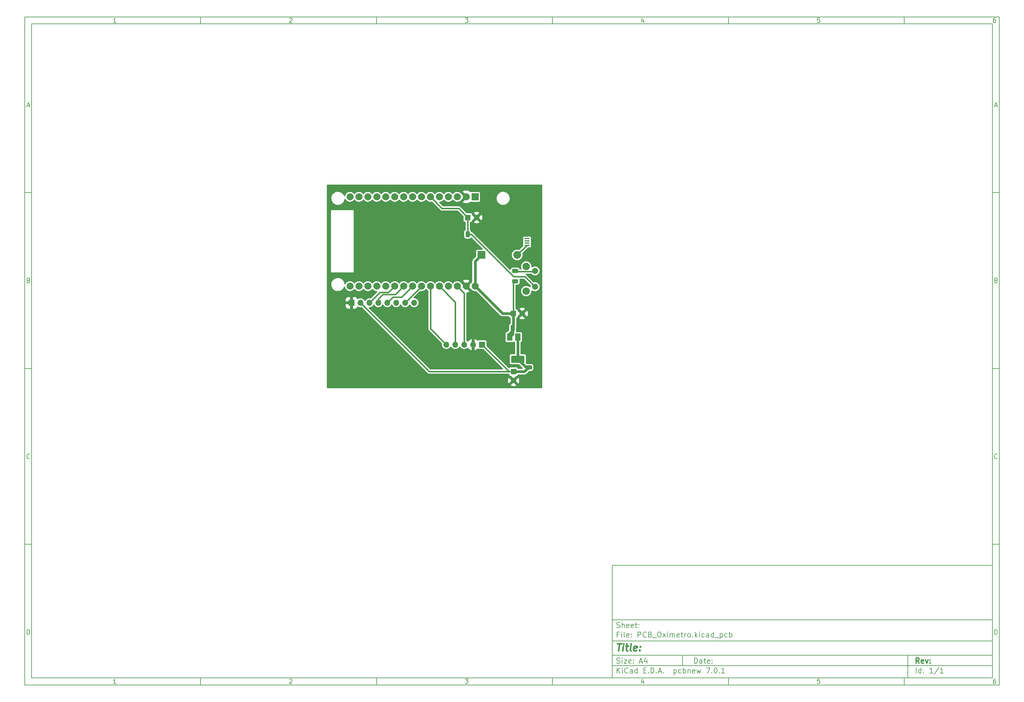
<source format=gbr>
%TF.GenerationSoftware,KiCad,Pcbnew,7.0.1*%
%TF.CreationDate,2023-09-12T17:22:29-03:00*%
%TF.ProjectId,PCB_Oximetro,5043425f-4f78-4696-9d65-74726f2e6b69,rev?*%
%TF.SameCoordinates,Original*%
%TF.FileFunction,Copper,L1,Top*%
%TF.FilePolarity,Positive*%
%FSLAX46Y46*%
G04 Gerber Fmt 4.6, Leading zero omitted, Abs format (unit mm)*
G04 Created by KiCad (PCBNEW 7.0.1) date 2023-09-12 17:22:29*
%MOMM*%
%LPD*%
G01*
G04 APERTURE LIST*
G04 Aperture macros list*
%AMRoundRect*
0 Rectangle with rounded corners*
0 $1 Rounding radius*
0 $2 $3 $4 $5 $6 $7 $8 $9 X,Y pos of 4 corners*
0 Add a 4 corners polygon primitive as box body*
4,1,4,$2,$3,$4,$5,$6,$7,$8,$9,$2,$3,0*
0 Add four circle primitives for the rounded corners*
1,1,$1+$1,$2,$3*
1,1,$1+$1,$4,$5*
1,1,$1+$1,$6,$7*
1,1,$1+$1,$8,$9*
0 Add four rect primitives between the rounded corners*
20,1,$1+$1,$2,$3,$4,$5,0*
20,1,$1+$1,$4,$5,$6,$7,0*
20,1,$1+$1,$6,$7,$8,$9,0*
20,1,$1+$1,$8,$9,$2,$3,0*%
G04 Aperture macros list end*
%ADD10C,0.100000*%
%ADD11C,0.150000*%
%ADD12C,0.300000*%
%ADD13C,0.400000*%
%TA.AperFunction,ComponentPad*%
%ADD14R,1.600000X1.600000*%
%TD*%
%TA.AperFunction,ComponentPad*%
%ADD15C,1.600000*%
%TD*%
%TA.AperFunction,ComponentPad*%
%ADD16R,1.700000X1.700000*%
%TD*%
%TA.AperFunction,ComponentPad*%
%ADD17O,1.700000X1.700000*%
%TD*%
%TA.AperFunction,SMDPad,CuDef*%
%ADD18R,1.500000X2.000000*%
%TD*%
%TA.AperFunction,SMDPad,CuDef*%
%ADD19R,3.800000X2.000000*%
%TD*%
%TA.AperFunction,SMDPad,CuDef*%
%ADD20R,1.400000X0.400000*%
%TD*%
%TA.AperFunction,SMDPad,CuDef*%
%ADD21R,1.900000X2.300000*%
%TD*%
%TA.AperFunction,SMDPad,CuDef*%
%ADD22R,1.900000X1.800000*%
%TD*%
%TA.AperFunction,SMDPad,CuDef*%
%ADD23RoundRect,0.250000X-0.312500X-0.625000X0.312500X-0.625000X0.312500X0.625000X-0.312500X0.625000X0*%
%TD*%
%TA.AperFunction,SMDPad,CuDef*%
%ADD24RoundRect,0.250000X-0.650000X0.325000X-0.650000X-0.325000X0.650000X-0.325000X0.650000X0.325000X0*%
%TD*%
%TA.AperFunction,SMDPad,CuDef*%
%ADD25RoundRect,0.250000X-0.325000X-0.650000X0.325000X-0.650000X0.325000X0.650000X-0.325000X0.650000X0*%
%TD*%
%TA.AperFunction,ComponentPad*%
%ADD26R,2.200000X2.200000*%
%TD*%
%TA.AperFunction,ComponentPad*%
%ADD27O,2.200000X2.200000*%
%TD*%
%TA.AperFunction,ComponentPad*%
%ADD28C,2.100000*%
%TD*%
%TA.AperFunction,ComponentPad*%
%ADD29C,1.750000*%
%TD*%
%TA.AperFunction,SMDPad,CuDef*%
%ADD30RoundRect,0.250000X0.625000X-0.312500X0.625000X0.312500X-0.625000X0.312500X-0.625000X-0.312500X0*%
%TD*%
%TA.AperFunction,ComponentPad*%
%ADD31R,2.000000X2.000000*%
%TD*%
%TA.AperFunction,ComponentPad*%
%ADD32C,2.000000*%
%TD*%
%TA.AperFunction,Conductor*%
%ADD33C,0.381000*%
%TD*%
%TA.AperFunction,Conductor*%
%ADD34C,0.762000*%
%TD*%
%TA.AperFunction,Conductor*%
%ADD35C,0.250000*%
%TD*%
G04 APERTURE END LIST*
D10*
D11*
X177002200Y-166007200D02*
X285002200Y-166007200D01*
X285002200Y-198007200D01*
X177002200Y-198007200D01*
X177002200Y-166007200D01*
D10*
D11*
X10000000Y-10000000D02*
X287002200Y-10000000D01*
X287002200Y-200007200D01*
X10000000Y-200007200D01*
X10000000Y-10000000D01*
D10*
D11*
X12000000Y-12000000D02*
X285002200Y-12000000D01*
X285002200Y-198007200D01*
X12000000Y-198007200D01*
X12000000Y-12000000D01*
D10*
D11*
X60000000Y-12000000D02*
X60000000Y-10000000D01*
D10*
D11*
X110000000Y-12000000D02*
X110000000Y-10000000D01*
D10*
D11*
X160000000Y-12000000D02*
X160000000Y-10000000D01*
D10*
D11*
X210000000Y-12000000D02*
X210000000Y-10000000D01*
D10*
D11*
X260000000Y-12000000D02*
X260000000Y-10000000D01*
D10*
D11*
X35990476Y-11601404D02*
X35247619Y-11601404D01*
X35619047Y-11601404D02*
X35619047Y-10301404D01*
X35619047Y-10301404D02*
X35495238Y-10487119D01*
X35495238Y-10487119D02*
X35371428Y-10610928D01*
X35371428Y-10610928D02*
X35247619Y-10672833D01*
D10*
D11*
X85247619Y-10425214D02*
X85309523Y-10363309D01*
X85309523Y-10363309D02*
X85433333Y-10301404D01*
X85433333Y-10301404D02*
X85742857Y-10301404D01*
X85742857Y-10301404D02*
X85866666Y-10363309D01*
X85866666Y-10363309D02*
X85928571Y-10425214D01*
X85928571Y-10425214D02*
X85990476Y-10549023D01*
X85990476Y-10549023D02*
X85990476Y-10672833D01*
X85990476Y-10672833D02*
X85928571Y-10858547D01*
X85928571Y-10858547D02*
X85185714Y-11601404D01*
X85185714Y-11601404D02*
X85990476Y-11601404D01*
D10*
D11*
X135185714Y-10301404D02*
X135990476Y-10301404D01*
X135990476Y-10301404D02*
X135557142Y-10796642D01*
X135557142Y-10796642D02*
X135742857Y-10796642D01*
X135742857Y-10796642D02*
X135866666Y-10858547D01*
X135866666Y-10858547D02*
X135928571Y-10920452D01*
X135928571Y-10920452D02*
X135990476Y-11044261D01*
X135990476Y-11044261D02*
X135990476Y-11353785D01*
X135990476Y-11353785D02*
X135928571Y-11477595D01*
X135928571Y-11477595D02*
X135866666Y-11539500D01*
X135866666Y-11539500D02*
X135742857Y-11601404D01*
X135742857Y-11601404D02*
X135371428Y-11601404D01*
X135371428Y-11601404D02*
X135247619Y-11539500D01*
X135247619Y-11539500D02*
X135185714Y-11477595D01*
D10*
D11*
X185866666Y-10734738D02*
X185866666Y-11601404D01*
X185557142Y-10239500D02*
X185247619Y-11168071D01*
X185247619Y-11168071D02*
X186052380Y-11168071D01*
D10*
D11*
X235928571Y-10301404D02*
X235309523Y-10301404D01*
X235309523Y-10301404D02*
X235247619Y-10920452D01*
X235247619Y-10920452D02*
X235309523Y-10858547D01*
X235309523Y-10858547D02*
X235433333Y-10796642D01*
X235433333Y-10796642D02*
X235742857Y-10796642D01*
X235742857Y-10796642D02*
X235866666Y-10858547D01*
X235866666Y-10858547D02*
X235928571Y-10920452D01*
X235928571Y-10920452D02*
X235990476Y-11044261D01*
X235990476Y-11044261D02*
X235990476Y-11353785D01*
X235990476Y-11353785D02*
X235928571Y-11477595D01*
X235928571Y-11477595D02*
X235866666Y-11539500D01*
X235866666Y-11539500D02*
X235742857Y-11601404D01*
X235742857Y-11601404D02*
X235433333Y-11601404D01*
X235433333Y-11601404D02*
X235309523Y-11539500D01*
X235309523Y-11539500D02*
X235247619Y-11477595D01*
D10*
D11*
X285866666Y-10301404D02*
X285619047Y-10301404D01*
X285619047Y-10301404D02*
X285495238Y-10363309D01*
X285495238Y-10363309D02*
X285433333Y-10425214D01*
X285433333Y-10425214D02*
X285309523Y-10610928D01*
X285309523Y-10610928D02*
X285247619Y-10858547D01*
X285247619Y-10858547D02*
X285247619Y-11353785D01*
X285247619Y-11353785D02*
X285309523Y-11477595D01*
X285309523Y-11477595D02*
X285371428Y-11539500D01*
X285371428Y-11539500D02*
X285495238Y-11601404D01*
X285495238Y-11601404D02*
X285742857Y-11601404D01*
X285742857Y-11601404D02*
X285866666Y-11539500D01*
X285866666Y-11539500D02*
X285928571Y-11477595D01*
X285928571Y-11477595D02*
X285990476Y-11353785D01*
X285990476Y-11353785D02*
X285990476Y-11044261D01*
X285990476Y-11044261D02*
X285928571Y-10920452D01*
X285928571Y-10920452D02*
X285866666Y-10858547D01*
X285866666Y-10858547D02*
X285742857Y-10796642D01*
X285742857Y-10796642D02*
X285495238Y-10796642D01*
X285495238Y-10796642D02*
X285371428Y-10858547D01*
X285371428Y-10858547D02*
X285309523Y-10920452D01*
X285309523Y-10920452D02*
X285247619Y-11044261D01*
D10*
D11*
X60000000Y-198007200D02*
X60000000Y-200007200D01*
D10*
D11*
X110000000Y-198007200D02*
X110000000Y-200007200D01*
D10*
D11*
X160000000Y-198007200D02*
X160000000Y-200007200D01*
D10*
D11*
X210000000Y-198007200D02*
X210000000Y-200007200D01*
D10*
D11*
X260000000Y-198007200D02*
X260000000Y-200007200D01*
D10*
D11*
X35990476Y-199608604D02*
X35247619Y-199608604D01*
X35619047Y-199608604D02*
X35619047Y-198308604D01*
X35619047Y-198308604D02*
X35495238Y-198494319D01*
X35495238Y-198494319D02*
X35371428Y-198618128D01*
X35371428Y-198618128D02*
X35247619Y-198680033D01*
D10*
D11*
X85247619Y-198432414D02*
X85309523Y-198370509D01*
X85309523Y-198370509D02*
X85433333Y-198308604D01*
X85433333Y-198308604D02*
X85742857Y-198308604D01*
X85742857Y-198308604D02*
X85866666Y-198370509D01*
X85866666Y-198370509D02*
X85928571Y-198432414D01*
X85928571Y-198432414D02*
X85990476Y-198556223D01*
X85990476Y-198556223D02*
X85990476Y-198680033D01*
X85990476Y-198680033D02*
X85928571Y-198865747D01*
X85928571Y-198865747D02*
X85185714Y-199608604D01*
X85185714Y-199608604D02*
X85990476Y-199608604D01*
D10*
D11*
X135185714Y-198308604D02*
X135990476Y-198308604D01*
X135990476Y-198308604D02*
X135557142Y-198803842D01*
X135557142Y-198803842D02*
X135742857Y-198803842D01*
X135742857Y-198803842D02*
X135866666Y-198865747D01*
X135866666Y-198865747D02*
X135928571Y-198927652D01*
X135928571Y-198927652D02*
X135990476Y-199051461D01*
X135990476Y-199051461D02*
X135990476Y-199360985D01*
X135990476Y-199360985D02*
X135928571Y-199484795D01*
X135928571Y-199484795D02*
X135866666Y-199546700D01*
X135866666Y-199546700D02*
X135742857Y-199608604D01*
X135742857Y-199608604D02*
X135371428Y-199608604D01*
X135371428Y-199608604D02*
X135247619Y-199546700D01*
X135247619Y-199546700D02*
X135185714Y-199484795D01*
D10*
D11*
X185866666Y-198741938D02*
X185866666Y-199608604D01*
X185557142Y-198246700D02*
X185247619Y-199175271D01*
X185247619Y-199175271D02*
X186052380Y-199175271D01*
D10*
D11*
X235928571Y-198308604D02*
X235309523Y-198308604D01*
X235309523Y-198308604D02*
X235247619Y-198927652D01*
X235247619Y-198927652D02*
X235309523Y-198865747D01*
X235309523Y-198865747D02*
X235433333Y-198803842D01*
X235433333Y-198803842D02*
X235742857Y-198803842D01*
X235742857Y-198803842D02*
X235866666Y-198865747D01*
X235866666Y-198865747D02*
X235928571Y-198927652D01*
X235928571Y-198927652D02*
X235990476Y-199051461D01*
X235990476Y-199051461D02*
X235990476Y-199360985D01*
X235990476Y-199360985D02*
X235928571Y-199484795D01*
X235928571Y-199484795D02*
X235866666Y-199546700D01*
X235866666Y-199546700D02*
X235742857Y-199608604D01*
X235742857Y-199608604D02*
X235433333Y-199608604D01*
X235433333Y-199608604D02*
X235309523Y-199546700D01*
X235309523Y-199546700D02*
X235247619Y-199484795D01*
D10*
D11*
X285866666Y-198308604D02*
X285619047Y-198308604D01*
X285619047Y-198308604D02*
X285495238Y-198370509D01*
X285495238Y-198370509D02*
X285433333Y-198432414D01*
X285433333Y-198432414D02*
X285309523Y-198618128D01*
X285309523Y-198618128D02*
X285247619Y-198865747D01*
X285247619Y-198865747D02*
X285247619Y-199360985D01*
X285247619Y-199360985D02*
X285309523Y-199484795D01*
X285309523Y-199484795D02*
X285371428Y-199546700D01*
X285371428Y-199546700D02*
X285495238Y-199608604D01*
X285495238Y-199608604D02*
X285742857Y-199608604D01*
X285742857Y-199608604D02*
X285866666Y-199546700D01*
X285866666Y-199546700D02*
X285928571Y-199484795D01*
X285928571Y-199484795D02*
X285990476Y-199360985D01*
X285990476Y-199360985D02*
X285990476Y-199051461D01*
X285990476Y-199051461D02*
X285928571Y-198927652D01*
X285928571Y-198927652D02*
X285866666Y-198865747D01*
X285866666Y-198865747D02*
X285742857Y-198803842D01*
X285742857Y-198803842D02*
X285495238Y-198803842D01*
X285495238Y-198803842D02*
X285371428Y-198865747D01*
X285371428Y-198865747D02*
X285309523Y-198927652D01*
X285309523Y-198927652D02*
X285247619Y-199051461D01*
D10*
D11*
X10000000Y-60000000D02*
X12000000Y-60000000D01*
D10*
D11*
X10000000Y-110000000D02*
X12000000Y-110000000D01*
D10*
D11*
X10000000Y-160000000D02*
X12000000Y-160000000D01*
D10*
D11*
X10690476Y-35229976D02*
X11309523Y-35229976D01*
X10566666Y-35601404D02*
X10999999Y-34301404D01*
X10999999Y-34301404D02*
X11433333Y-35601404D01*
D10*
D11*
X11092857Y-84920452D02*
X11278571Y-84982357D01*
X11278571Y-84982357D02*
X11340476Y-85044261D01*
X11340476Y-85044261D02*
X11402380Y-85168071D01*
X11402380Y-85168071D02*
X11402380Y-85353785D01*
X11402380Y-85353785D02*
X11340476Y-85477595D01*
X11340476Y-85477595D02*
X11278571Y-85539500D01*
X11278571Y-85539500D02*
X11154761Y-85601404D01*
X11154761Y-85601404D02*
X10659523Y-85601404D01*
X10659523Y-85601404D02*
X10659523Y-84301404D01*
X10659523Y-84301404D02*
X11092857Y-84301404D01*
X11092857Y-84301404D02*
X11216666Y-84363309D01*
X11216666Y-84363309D02*
X11278571Y-84425214D01*
X11278571Y-84425214D02*
X11340476Y-84549023D01*
X11340476Y-84549023D02*
X11340476Y-84672833D01*
X11340476Y-84672833D02*
X11278571Y-84796642D01*
X11278571Y-84796642D02*
X11216666Y-84858547D01*
X11216666Y-84858547D02*
X11092857Y-84920452D01*
X11092857Y-84920452D02*
X10659523Y-84920452D01*
D10*
D11*
X11402380Y-135477595D02*
X11340476Y-135539500D01*
X11340476Y-135539500D02*
X11154761Y-135601404D01*
X11154761Y-135601404D02*
X11030952Y-135601404D01*
X11030952Y-135601404D02*
X10845238Y-135539500D01*
X10845238Y-135539500D02*
X10721428Y-135415690D01*
X10721428Y-135415690D02*
X10659523Y-135291880D01*
X10659523Y-135291880D02*
X10597619Y-135044261D01*
X10597619Y-135044261D02*
X10597619Y-134858547D01*
X10597619Y-134858547D02*
X10659523Y-134610928D01*
X10659523Y-134610928D02*
X10721428Y-134487119D01*
X10721428Y-134487119D02*
X10845238Y-134363309D01*
X10845238Y-134363309D02*
X11030952Y-134301404D01*
X11030952Y-134301404D02*
X11154761Y-134301404D01*
X11154761Y-134301404D02*
X11340476Y-134363309D01*
X11340476Y-134363309D02*
X11402380Y-134425214D01*
D10*
D11*
X10659523Y-185601404D02*
X10659523Y-184301404D01*
X10659523Y-184301404D02*
X10969047Y-184301404D01*
X10969047Y-184301404D02*
X11154761Y-184363309D01*
X11154761Y-184363309D02*
X11278571Y-184487119D01*
X11278571Y-184487119D02*
X11340476Y-184610928D01*
X11340476Y-184610928D02*
X11402380Y-184858547D01*
X11402380Y-184858547D02*
X11402380Y-185044261D01*
X11402380Y-185044261D02*
X11340476Y-185291880D01*
X11340476Y-185291880D02*
X11278571Y-185415690D01*
X11278571Y-185415690D02*
X11154761Y-185539500D01*
X11154761Y-185539500D02*
X10969047Y-185601404D01*
X10969047Y-185601404D02*
X10659523Y-185601404D01*
D10*
D11*
X287002200Y-60000000D02*
X285002200Y-60000000D01*
D10*
D11*
X287002200Y-110000000D02*
X285002200Y-110000000D01*
D10*
D11*
X287002200Y-160000000D02*
X285002200Y-160000000D01*
D10*
D11*
X285692676Y-35229976D02*
X286311723Y-35229976D01*
X285568866Y-35601404D02*
X286002199Y-34301404D01*
X286002199Y-34301404D02*
X286435533Y-35601404D01*
D10*
D11*
X286095057Y-84920452D02*
X286280771Y-84982357D01*
X286280771Y-84982357D02*
X286342676Y-85044261D01*
X286342676Y-85044261D02*
X286404580Y-85168071D01*
X286404580Y-85168071D02*
X286404580Y-85353785D01*
X286404580Y-85353785D02*
X286342676Y-85477595D01*
X286342676Y-85477595D02*
X286280771Y-85539500D01*
X286280771Y-85539500D02*
X286156961Y-85601404D01*
X286156961Y-85601404D02*
X285661723Y-85601404D01*
X285661723Y-85601404D02*
X285661723Y-84301404D01*
X285661723Y-84301404D02*
X286095057Y-84301404D01*
X286095057Y-84301404D02*
X286218866Y-84363309D01*
X286218866Y-84363309D02*
X286280771Y-84425214D01*
X286280771Y-84425214D02*
X286342676Y-84549023D01*
X286342676Y-84549023D02*
X286342676Y-84672833D01*
X286342676Y-84672833D02*
X286280771Y-84796642D01*
X286280771Y-84796642D02*
X286218866Y-84858547D01*
X286218866Y-84858547D02*
X286095057Y-84920452D01*
X286095057Y-84920452D02*
X285661723Y-84920452D01*
D10*
D11*
X286404580Y-135477595D02*
X286342676Y-135539500D01*
X286342676Y-135539500D02*
X286156961Y-135601404D01*
X286156961Y-135601404D02*
X286033152Y-135601404D01*
X286033152Y-135601404D02*
X285847438Y-135539500D01*
X285847438Y-135539500D02*
X285723628Y-135415690D01*
X285723628Y-135415690D02*
X285661723Y-135291880D01*
X285661723Y-135291880D02*
X285599819Y-135044261D01*
X285599819Y-135044261D02*
X285599819Y-134858547D01*
X285599819Y-134858547D02*
X285661723Y-134610928D01*
X285661723Y-134610928D02*
X285723628Y-134487119D01*
X285723628Y-134487119D02*
X285847438Y-134363309D01*
X285847438Y-134363309D02*
X286033152Y-134301404D01*
X286033152Y-134301404D02*
X286156961Y-134301404D01*
X286156961Y-134301404D02*
X286342676Y-134363309D01*
X286342676Y-134363309D02*
X286404580Y-134425214D01*
D10*
D11*
X285661723Y-185601404D02*
X285661723Y-184301404D01*
X285661723Y-184301404D02*
X285971247Y-184301404D01*
X285971247Y-184301404D02*
X286156961Y-184363309D01*
X286156961Y-184363309D02*
X286280771Y-184487119D01*
X286280771Y-184487119D02*
X286342676Y-184610928D01*
X286342676Y-184610928D02*
X286404580Y-184858547D01*
X286404580Y-184858547D02*
X286404580Y-185044261D01*
X286404580Y-185044261D02*
X286342676Y-185291880D01*
X286342676Y-185291880D02*
X286280771Y-185415690D01*
X286280771Y-185415690D02*
X286156961Y-185539500D01*
X286156961Y-185539500D02*
X285971247Y-185601404D01*
X285971247Y-185601404D02*
X285661723Y-185601404D01*
D10*
D11*
X200359342Y-193801128D02*
X200359342Y-192301128D01*
X200359342Y-192301128D02*
X200716485Y-192301128D01*
X200716485Y-192301128D02*
X200930771Y-192372557D01*
X200930771Y-192372557D02*
X201073628Y-192515414D01*
X201073628Y-192515414D02*
X201145057Y-192658271D01*
X201145057Y-192658271D02*
X201216485Y-192943985D01*
X201216485Y-192943985D02*
X201216485Y-193158271D01*
X201216485Y-193158271D02*
X201145057Y-193443985D01*
X201145057Y-193443985D02*
X201073628Y-193586842D01*
X201073628Y-193586842D02*
X200930771Y-193729700D01*
X200930771Y-193729700D02*
X200716485Y-193801128D01*
X200716485Y-193801128D02*
X200359342Y-193801128D01*
X202502200Y-193801128D02*
X202502200Y-193015414D01*
X202502200Y-193015414D02*
X202430771Y-192872557D01*
X202430771Y-192872557D02*
X202287914Y-192801128D01*
X202287914Y-192801128D02*
X202002200Y-192801128D01*
X202002200Y-192801128D02*
X201859342Y-192872557D01*
X202502200Y-193729700D02*
X202359342Y-193801128D01*
X202359342Y-193801128D02*
X202002200Y-193801128D01*
X202002200Y-193801128D02*
X201859342Y-193729700D01*
X201859342Y-193729700D02*
X201787914Y-193586842D01*
X201787914Y-193586842D02*
X201787914Y-193443985D01*
X201787914Y-193443985D02*
X201859342Y-193301128D01*
X201859342Y-193301128D02*
X202002200Y-193229700D01*
X202002200Y-193229700D02*
X202359342Y-193229700D01*
X202359342Y-193229700D02*
X202502200Y-193158271D01*
X203002200Y-192801128D02*
X203573628Y-192801128D01*
X203216485Y-192301128D02*
X203216485Y-193586842D01*
X203216485Y-193586842D02*
X203287914Y-193729700D01*
X203287914Y-193729700D02*
X203430771Y-193801128D01*
X203430771Y-193801128D02*
X203573628Y-193801128D01*
X204645057Y-193729700D02*
X204502200Y-193801128D01*
X204502200Y-193801128D02*
X204216486Y-193801128D01*
X204216486Y-193801128D02*
X204073628Y-193729700D01*
X204073628Y-193729700D02*
X204002200Y-193586842D01*
X204002200Y-193586842D02*
X204002200Y-193015414D01*
X204002200Y-193015414D02*
X204073628Y-192872557D01*
X204073628Y-192872557D02*
X204216486Y-192801128D01*
X204216486Y-192801128D02*
X204502200Y-192801128D01*
X204502200Y-192801128D02*
X204645057Y-192872557D01*
X204645057Y-192872557D02*
X204716486Y-193015414D01*
X204716486Y-193015414D02*
X204716486Y-193158271D01*
X204716486Y-193158271D02*
X204002200Y-193301128D01*
X205359342Y-193658271D02*
X205430771Y-193729700D01*
X205430771Y-193729700D02*
X205359342Y-193801128D01*
X205359342Y-193801128D02*
X205287914Y-193729700D01*
X205287914Y-193729700D02*
X205359342Y-193658271D01*
X205359342Y-193658271D02*
X205359342Y-193801128D01*
X205359342Y-192872557D02*
X205430771Y-192943985D01*
X205430771Y-192943985D02*
X205359342Y-193015414D01*
X205359342Y-193015414D02*
X205287914Y-192943985D01*
X205287914Y-192943985D02*
X205359342Y-192872557D01*
X205359342Y-192872557D02*
X205359342Y-193015414D01*
D10*
D11*
X177002200Y-194507200D02*
X285002200Y-194507200D01*
D10*
D11*
X178359342Y-196601128D02*
X178359342Y-195101128D01*
X179216485Y-196601128D02*
X178573628Y-195743985D01*
X179216485Y-195101128D02*
X178359342Y-195958271D01*
X179859342Y-196601128D02*
X179859342Y-195601128D01*
X179859342Y-195101128D02*
X179787914Y-195172557D01*
X179787914Y-195172557D02*
X179859342Y-195243985D01*
X179859342Y-195243985D02*
X179930771Y-195172557D01*
X179930771Y-195172557D02*
X179859342Y-195101128D01*
X179859342Y-195101128D02*
X179859342Y-195243985D01*
X181430771Y-196458271D02*
X181359343Y-196529700D01*
X181359343Y-196529700D02*
X181145057Y-196601128D01*
X181145057Y-196601128D02*
X181002200Y-196601128D01*
X181002200Y-196601128D02*
X180787914Y-196529700D01*
X180787914Y-196529700D02*
X180645057Y-196386842D01*
X180645057Y-196386842D02*
X180573628Y-196243985D01*
X180573628Y-196243985D02*
X180502200Y-195958271D01*
X180502200Y-195958271D02*
X180502200Y-195743985D01*
X180502200Y-195743985D02*
X180573628Y-195458271D01*
X180573628Y-195458271D02*
X180645057Y-195315414D01*
X180645057Y-195315414D02*
X180787914Y-195172557D01*
X180787914Y-195172557D02*
X181002200Y-195101128D01*
X181002200Y-195101128D02*
X181145057Y-195101128D01*
X181145057Y-195101128D02*
X181359343Y-195172557D01*
X181359343Y-195172557D02*
X181430771Y-195243985D01*
X182716486Y-196601128D02*
X182716486Y-195815414D01*
X182716486Y-195815414D02*
X182645057Y-195672557D01*
X182645057Y-195672557D02*
X182502200Y-195601128D01*
X182502200Y-195601128D02*
X182216486Y-195601128D01*
X182216486Y-195601128D02*
X182073628Y-195672557D01*
X182716486Y-196529700D02*
X182573628Y-196601128D01*
X182573628Y-196601128D02*
X182216486Y-196601128D01*
X182216486Y-196601128D02*
X182073628Y-196529700D01*
X182073628Y-196529700D02*
X182002200Y-196386842D01*
X182002200Y-196386842D02*
X182002200Y-196243985D01*
X182002200Y-196243985D02*
X182073628Y-196101128D01*
X182073628Y-196101128D02*
X182216486Y-196029700D01*
X182216486Y-196029700D02*
X182573628Y-196029700D01*
X182573628Y-196029700D02*
X182716486Y-195958271D01*
X184073629Y-196601128D02*
X184073629Y-195101128D01*
X184073629Y-196529700D02*
X183930771Y-196601128D01*
X183930771Y-196601128D02*
X183645057Y-196601128D01*
X183645057Y-196601128D02*
X183502200Y-196529700D01*
X183502200Y-196529700D02*
X183430771Y-196458271D01*
X183430771Y-196458271D02*
X183359343Y-196315414D01*
X183359343Y-196315414D02*
X183359343Y-195886842D01*
X183359343Y-195886842D02*
X183430771Y-195743985D01*
X183430771Y-195743985D02*
X183502200Y-195672557D01*
X183502200Y-195672557D02*
X183645057Y-195601128D01*
X183645057Y-195601128D02*
X183930771Y-195601128D01*
X183930771Y-195601128D02*
X184073629Y-195672557D01*
X185930771Y-195815414D02*
X186430771Y-195815414D01*
X186645057Y-196601128D02*
X185930771Y-196601128D01*
X185930771Y-196601128D02*
X185930771Y-195101128D01*
X185930771Y-195101128D02*
X186645057Y-195101128D01*
X187287914Y-196458271D02*
X187359343Y-196529700D01*
X187359343Y-196529700D02*
X187287914Y-196601128D01*
X187287914Y-196601128D02*
X187216486Y-196529700D01*
X187216486Y-196529700D02*
X187287914Y-196458271D01*
X187287914Y-196458271D02*
X187287914Y-196601128D01*
X188002200Y-196601128D02*
X188002200Y-195101128D01*
X188002200Y-195101128D02*
X188359343Y-195101128D01*
X188359343Y-195101128D02*
X188573629Y-195172557D01*
X188573629Y-195172557D02*
X188716486Y-195315414D01*
X188716486Y-195315414D02*
X188787915Y-195458271D01*
X188787915Y-195458271D02*
X188859343Y-195743985D01*
X188859343Y-195743985D02*
X188859343Y-195958271D01*
X188859343Y-195958271D02*
X188787915Y-196243985D01*
X188787915Y-196243985D02*
X188716486Y-196386842D01*
X188716486Y-196386842D02*
X188573629Y-196529700D01*
X188573629Y-196529700D02*
X188359343Y-196601128D01*
X188359343Y-196601128D02*
X188002200Y-196601128D01*
X189502200Y-196458271D02*
X189573629Y-196529700D01*
X189573629Y-196529700D02*
X189502200Y-196601128D01*
X189502200Y-196601128D02*
X189430772Y-196529700D01*
X189430772Y-196529700D02*
X189502200Y-196458271D01*
X189502200Y-196458271D02*
X189502200Y-196601128D01*
X190145058Y-196172557D02*
X190859344Y-196172557D01*
X190002201Y-196601128D02*
X190502201Y-195101128D01*
X190502201Y-195101128D02*
X191002201Y-196601128D01*
X191502200Y-196458271D02*
X191573629Y-196529700D01*
X191573629Y-196529700D02*
X191502200Y-196601128D01*
X191502200Y-196601128D02*
X191430772Y-196529700D01*
X191430772Y-196529700D02*
X191502200Y-196458271D01*
X191502200Y-196458271D02*
X191502200Y-196601128D01*
X194502200Y-195601128D02*
X194502200Y-197101128D01*
X194502200Y-195672557D02*
X194645058Y-195601128D01*
X194645058Y-195601128D02*
X194930772Y-195601128D01*
X194930772Y-195601128D02*
X195073629Y-195672557D01*
X195073629Y-195672557D02*
X195145058Y-195743985D01*
X195145058Y-195743985D02*
X195216486Y-195886842D01*
X195216486Y-195886842D02*
X195216486Y-196315414D01*
X195216486Y-196315414D02*
X195145058Y-196458271D01*
X195145058Y-196458271D02*
X195073629Y-196529700D01*
X195073629Y-196529700D02*
X194930772Y-196601128D01*
X194930772Y-196601128D02*
X194645058Y-196601128D01*
X194645058Y-196601128D02*
X194502200Y-196529700D01*
X196502201Y-196529700D02*
X196359343Y-196601128D01*
X196359343Y-196601128D02*
X196073629Y-196601128D01*
X196073629Y-196601128D02*
X195930772Y-196529700D01*
X195930772Y-196529700D02*
X195859343Y-196458271D01*
X195859343Y-196458271D02*
X195787915Y-196315414D01*
X195787915Y-196315414D02*
X195787915Y-195886842D01*
X195787915Y-195886842D02*
X195859343Y-195743985D01*
X195859343Y-195743985D02*
X195930772Y-195672557D01*
X195930772Y-195672557D02*
X196073629Y-195601128D01*
X196073629Y-195601128D02*
X196359343Y-195601128D01*
X196359343Y-195601128D02*
X196502201Y-195672557D01*
X197145057Y-196601128D02*
X197145057Y-195101128D01*
X197145057Y-195672557D02*
X197287915Y-195601128D01*
X197287915Y-195601128D02*
X197573629Y-195601128D01*
X197573629Y-195601128D02*
X197716486Y-195672557D01*
X197716486Y-195672557D02*
X197787915Y-195743985D01*
X197787915Y-195743985D02*
X197859343Y-195886842D01*
X197859343Y-195886842D02*
X197859343Y-196315414D01*
X197859343Y-196315414D02*
X197787915Y-196458271D01*
X197787915Y-196458271D02*
X197716486Y-196529700D01*
X197716486Y-196529700D02*
X197573629Y-196601128D01*
X197573629Y-196601128D02*
X197287915Y-196601128D01*
X197287915Y-196601128D02*
X197145057Y-196529700D01*
X198502200Y-195601128D02*
X198502200Y-196601128D01*
X198502200Y-195743985D02*
X198573629Y-195672557D01*
X198573629Y-195672557D02*
X198716486Y-195601128D01*
X198716486Y-195601128D02*
X198930772Y-195601128D01*
X198930772Y-195601128D02*
X199073629Y-195672557D01*
X199073629Y-195672557D02*
X199145058Y-195815414D01*
X199145058Y-195815414D02*
X199145058Y-196601128D01*
X200430772Y-196529700D02*
X200287915Y-196601128D01*
X200287915Y-196601128D02*
X200002201Y-196601128D01*
X200002201Y-196601128D02*
X199859343Y-196529700D01*
X199859343Y-196529700D02*
X199787915Y-196386842D01*
X199787915Y-196386842D02*
X199787915Y-195815414D01*
X199787915Y-195815414D02*
X199859343Y-195672557D01*
X199859343Y-195672557D02*
X200002201Y-195601128D01*
X200002201Y-195601128D02*
X200287915Y-195601128D01*
X200287915Y-195601128D02*
X200430772Y-195672557D01*
X200430772Y-195672557D02*
X200502201Y-195815414D01*
X200502201Y-195815414D02*
X200502201Y-195958271D01*
X200502201Y-195958271D02*
X199787915Y-196101128D01*
X201002200Y-195601128D02*
X201287915Y-196601128D01*
X201287915Y-196601128D02*
X201573629Y-195886842D01*
X201573629Y-195886842D02*
X201859343Y-196601128D01*
X201859343Y-196601128D02*
X202145057Y-195601128D01*
X203716486Y-195101128D02*
X204716486Y-195101128D01*
X204716486Y-195101128D02*
X204073629Y-196601128D01*
X205287914Y-196458271D02*
X205359343Y-196529700D01*
X205359343Y-196529700D02*
X205287914Y-196601128D01*
X205287914Y-196601128D02*
X205216486Y-196529700D01*
X205216486Y-196529700D02*
X205287914Y-196458271D01*
X205287914Y-196458271D02*
X205287914Y-196601128D01*
X206287915Y-195101128D02*
X206430772Y-195101128D01*
X206430772Y-195101128D02*
X206573629Y-195172557D01*
X206573629Y-195172557D02*
X206645058Y-195243985D01*
X206645058Y-195243985D02*
X206716486Y-195386842D01*
X206716486Y-195386842D02*
X206787915Y-195672557D01*
X206787915Y-195672557D02*
X206787915Y-196029700D01*
X206787915Y-196029700D02*
X206716486Y-196315414D01*
X206716486Y-196315414D02*
X206645058Y-196458271D01*
X206645058Y-196458271D02*
X206573629Y-196529700D01*
X206573629Y-196529700D02*
X206430772Y-196601128D01*
X206430772Y-196601128D02*
X206287915Y-196601128D01*
X206287915Y-196601128D02*
X206145058Y-196529700D01*
X206145058Y-196529700D02*
X206073629Y-196458271D01*
X206073629Y-196458271D02*
X206002200Y-196315414D01*
X206002200Y-196315414D02*
X205930772Y-196029700D01*
X205930772Y-196029700D02*
X205930772Y-195672557D01*
X205930772Y-195672557D02*
X206002200Y-195386842D01*
X206002200Y-195386842D02*
X206073629Y-195243985D01*
X206073629Y-195243985D02*
X206145058Y-195172557D01*
X206145058Y-195172557D02*
X206287915Y-195101128D01*
X207430771Y-196458271D02*
X207502200Y-196529700D01*
X207502200Y-196529700D02*
X207430771Y-196601128D01*
X207430771Y-196601128D02*
X207359343Y-196529700D01*
X207359343Y-196529700D02*
X207430771Y-196458271D01*
X207430771Y-196458271D02*
X207430771Y-196601128D01*
X208930772Y-196601128D02*
X208073629Y-196601128D01*
X208502200Y-196601128D02*
X208502200Y-195101128D01*
X208502200Y-195101128D02*
X208359343Y-195315414D01*
X208359343Y-195315414D02*
X208216486Y-195458271D01*
X208216486Y-195458271D02*
X208073629Y-195529700D01*
D10*
D11*
X177002200Y-191507200D02*
X285002200Y-191507200D01*
D10*
D12*
X264216485Y-193801128D02*
X263716485Y-193086842D01*
X263359342Y-193801128D02*
X263359342Y-192301128D01*
X263359342Y-192301128D02*
X263930771Y-192301128D01*
X263930771Y-192301128D02*
X264073628Y-192372557D01*
X264073628Y-192372557D02*
X264145057Y-192443985D01*
X264145057Y-192443985D02*
X264216485Y-192586842D01*
X264216485Y-192586842D02*
X264216485Y-192801128D01*
X264216485Y-192801128D02*
X264145057Y-192943985D01*
X264145057Y-192943985D02*
X264073628Y-193015414D01*
X264073628Y-193015414D02*
X263930771Y-193086842D01*
X263930771Y-193086842D02*
X263359342Y-193086842D01*
X265430771Y-193729700D02*
X265287914Y-193801128D01*
X265287914Y-193801128D02*
X265002200Y-193801128D01*
X265002200Y-193801128D02*
X264859342Y-193729700D01*
X264859342Y-193729700D02*
X264787914Y-193586842D01*
X264787914Y-193586842D02*
X264787914Y-193015414D01*
X264787914Y-193015414D02*
X264859342Y-192872557D01*
X264859342Y-192872557D02*
X265002200Y-192801128D01*
X265002200Y-192801128D02*
X265287914Y-192801128D01*
X265287914Y-192801128D02*
X265430771Y-192872557D01*
X265430771Y-192872557D02*
X265502200Y-193015414D01*
X265502200Y-193015414D02*
X265502200Y-193158271D01*
X265502200Y-193158271D02*
X264787914Y-193301128D01*
X266002199Y-192801128D02*
X266359342Y-193801128D01*
X266359342Y-193801128D02*
X266716485Y-192801128D01*
X267287913Y-193658271D02*
X267359342Y-193729700D01*
X267359342Y-193729700D02*
X267287913Y-193801128D01*
X267287913Y-193801128D02*
X267216485Y-193729700D01*
X267216485Y-193729700D02*
X267287913Y-193658271D01*
X267287913Y-193658271D02*
X267287913Y-193801128D01*
X267287913Y-192872557D02*
X267359342Y-192943985D01*
X267359342Y-192943985D02*
X267287913Y-193015414D01*
X267287913Y-193015414D02*
X267216485Y-192943985D01*
X267216485Y-192943985D02*
X267287913Y-192872557D01*
X267287913Y-192872557D02*
X267287913Y-193015414D01*
D10*
D11*
X178287914Y-193729700D02*
X178502200Y-193801128D01*
X178502200Y-193801128D02*
X178859342Y-193801128D01*
X178859342Y-193801128D02*
X179002200Y-193729700D01*
X179002200Y-193729700D02*
X179073628Y-193658271D01*
X179073628Y-193658271D02*
X179145057Y-193515414D01*
X179145057Y-193515414D02*
X179145057Y-193372557D01*
X179145057Y-193372557D02*
X179073628Y-193229700D01*
X179073628Y-193229700D02*
X179002200Y-193158271D01*
X179002200Y-193158271D02*
X178859342Y-193086842D01*
X178859342Y-193086842D02*
X178573628Y-193015414D01*
X178573628Y-193015414D02*
X178430771Y-192943985D01*
X178430771Y-192943985D02*
X178359342Y-192872557D01*
X178359342Y-192872557D02*
X178287914Y-192729700D01*
X178287914Y-192729700D02*
X178287914Y-192586842D01*
X178287914Y-192586842D02*
X178359342Y-192443985D01*
X178359342Y-192443985D02*
X178430771Y-192372557D01*
X178430771Y-192372557D02*
X178573628Y-192301128D01*
X178573628Y-192301128D02*
X178930771Y-192301128D01*
X178930771Y-192301128D02*
X179145057Y-192372557D01*
X179787913Y-193801128D02*
X179787913Y-192801128D01*
X179787913Y-192301128D02*
X179716485Y-192372557D01*
X179716485Y-192372557D02*
X179787913Y-192443985D01*
X179787913Y-192443985D02*
X179859342Y-192372557D01*
X179859342Y-192372557D02*
X179787913Y-192301128D01*
X179787913Y-192301128D02*
X179787913Y-192443985D01*
X180359342Y-192801128D02*
X181145057Y-192801128D01*
X181145057Y-192801128D02*
X180359342Y-193801128D01*
X180359342Y-193801128D02*
X181145057Y-193801128D01*
X182287914Y-193729700D02*
X182145057Y-193801128D01*
X182145057Y-193801128D02*
X181859343Y-193801128D01*
X181859343Y-193801128D02*
X181716485Y-193729700D01*
X181716485Y-193729700D02*
X181645057Y-193586842D01*
X181645057Y-193586842D02*
X181645057Y-193015414D01*
X181645057Y-193015414D02*
X181716485Y-192872557D01*
X181716485Y-192872557D02*
X181859343Y-192801128D01*
X181859343Y-192801128D02*
X182145057Y-192801128D01*
X182145057Y-192801128D02*
X182287914Y-192872557D01*
X182287914Y-192872557D02*
X182359343Y-193015414D01*
X182359343Y-193015414D02*
X182359343Y-193158271D01*
X182359343Y-193158271D02*
X181645057Y-193301128D01*
X183002199Y-193658271D02*
X183073628Y-193729700D01*
X183073628Y-193729700D02*
X183002199Y-193801128D01*
X183002199Y-193801128D02*
X182930771Y-193729700D01*
X182930771Y-193729700D02*
X183002199Y-193658271D01*
X183002199Y-193658271D02*
X183002199Y-193801128D01*
X183002199Y-192872557D02*
X183073628Y-192943985D01*
X183073628Y-192943985D02*
X183002199Y-193015414D01*
X183002199Y-193015414D02*
X182930771Y-192943985D01*
X182930771Y-192943985D02*
X183002199Y-192872557D01*
X183002199Y-192872557D02*
X183002199Y-193015414D01*
X184787914Y-193372557D02*
X185502200Y-193372557D01*
X184645057Y-193801128D02*
X185145057Y-192301128D01*
X185145057Y-192301128D02*
X185645057Y-193801128D01*
X186787914Y-192801128D02*
X186787914Y-193801128D01*
X186430771Y-192229700D02*
X186073628Y-193301128D01*
X186073628Y-193301128D02*
X187002199Y-193301128D01*
D10*
D11*
X263359342Y-196601128D02*
X263359342Y-195101128D01*
X264716486Y-196601128D02*
X264716486Y-195101128D01*
X264716486Y-196529700D02*
X264573628Y-196601128D01*
X264573628Y-196601128D02*
X264287914Y-196601128D01*
X264287914Y-196601128D02*
X264145057Y-196529700D01*
X264145057Y-196529700D02*
X264073628Y-196458271D01*
X264073628Y-196458271D02*
X264002200Y-196315414D01*
X264002200Y-196315414D02*
X264002200Y-195886842D01*
X264002200Y-195886842D02*
X264073628Y-195743985D01*
X264073628Y-195743985D02*
X264145057Y-195672557D01*
X264145057Y-195672557D02*
X264287914Y-195601128D01*
X264287914Y-195601128D02*
X264573628Y-195601128D01*
X264573628Y-195601128D02*
X264716486Y-195672557D01*
X265430771Y-196458271D02*
X265502200Y-196529700D01*
X265502200Y-196529700D02*
X265430771Y-196601128D01*
X265430771Y-196601128D02*
X265359343Y-196529700D01*
X265359343Y-196529700D02*
X265430771Y-196458271D01*
X265430771Y-196458271D02*
X265430771Y-196601128D01*
X265430771Y-195672557D02*
X265502200Y-195743985D01*
X265502200Y-195743985D02*
X265430771Y-195815414D01*
X265430771Y-195815414D02*
X265359343Y-195743985D01*
X265359343Y-195743985D02*
X265430771Y-195672557D01*
X265430771Y-195672557D02*
X265430771Y-195815414D01*
X268073629Y-196601128D02*
X267216486Y-196601128D01*
X267645057Y-196601128D02*
X267645057Y-195101128D01*
X267645057Y-195101128D02*
X267502200Y-195315414D01*
X267502200Y-195315414D02*
X267359343Y-195458271D01*
X267359343Y-195458271D02*
X267216486Y-195529700D01*
X269787914Y-195029700D02*
X268502200Y-196958271D01*
X271073629Y-196601128D02*
X270216486Y-196601128D01*
X270645057Y-196601128D02*
X270645057Y-195101128D01*
X270645057Y-195101128D02*
X270502200Y-195315414D01*
X270502200Y-195315414D02*
X270359343Y-195458271D01*
X270359343Y-195458271D02*
X270216486Y-195529700D01*
D10*
D11*
X177002200Y-187507200D02*
X285002200Y-187507200D01*
D10*
D13*
X178430771Y-188232438D02*
X179573628Y-188232438D01*
X178752200Y-190232438D02*
X179002200Y-188232438D01*
X179978390Y-190232438D02*
X180145057Y-188899104D01*
X180228390Y-188232438D02*
X180121247Y-188327676D01*
X180121247Y-188327676D02*
X180204581Y-188422914D01*
X180204581Y-188422914D02*
X180311724Y-188327676D01*
X180311724Y-188327676D02*
X180228390Y-188232438D01*
X180228390Y-188232438D02*
X180204581Y-188422914D01*
X180799819Y-188899104D02*
X181561723Y-188899104D01*
X181168866Y-188232438D02*
X180954581Y-189946723D01*
X180954581Y-189946723D02*
X181026009Y-190137200D01*
X181026009Y-190137200D02*
X181204581Y-190232438D01*
X181204581Y-190232438D02*
X181395057Y-190232438D01*
X182335533Y-190232438D02*
X182156961Y-190137200D01*
X182156961Y-190137200D02*
X182085533Y-189946723D01*
X182085533Y-189946723D02*
X182299818Y-188232438D01*
X183859342Y-190137200D02*
X183656961Y-190232438D01*
X183656961Y-190232438D02*
X183276008Y-190232438D01*
X183276008Y-190232438D02*
X183097437Y-190137200D01*
X183097437Y-190137200D02*
X183026008Y-189946723D01*
X183026008Y-189946723D02*
X183121247Y-189184819D01*
X183121247Y-189184819D02*
X183240294Y-188994342D01*
X183240294Y-188994342D02*
X183442675Y-188899104D01*
X183442675Y-188899104D02*
X183823627Y-188899104D01*
X183823627Y-188899104D02*
X184002199Y-188994342D01*
X184002199Y-188994342D02*
X184073627Y-189184819D01*
X184073627Y-189184819D02*
X184049818Y-189375295D01*
X184049818Y-189375295D02*
X183073627Y-189565771D01*
X184811723Y-190041961D02*
X184895056Y-190137200D01*
X184895056Y-190137200D02*
X184787913Y-190232438D01*
X184787913Y-190232438D02*
X184704580Y-190137200D01*
X184704580Y-190137200D02*
X184811723Y-190041961D01*
X184811723Y-190041961D02*
X184787913Y-190232438D01*
X184942675Y-188994342D02*
X185026008Y-189089580D01*
X185026008Y-189089580D02*
X184918866Y-189184819D01*
X184918866Y-189184819D02*
X184835532Y-189089580D01*
X184835532Y-189089580D02*
X184942675Y-188994342D01*
X184942675Y-188994342D02*
X184918866Y-189184819D01*
D10*
D11*
X178859342Y-185615414D02*
X178359342Y-185615414D01*
X178359342Y-186401128D02*
X178359342Y-184901128D01*
X178359342Y-184901128D02*
X179073628Y-184901128D01*
X179645056Y-186401128D02*
X179645056Y-185401128D01*
X179645056Y-184901128D02*
X179573628Y-184972557D01*
X179573628Y-184972557D02*
X179645056Y-185043985D01*
X179645056Y-185043985D02*
X179716485Y-184972557D01*
X179716485Y-184972557D02*
X179645056Y-184901128D01*
X179645056Y-184901128D02*
X179645056Y-185043985D01*
X180573628Y-186401128D02*
X180430771Y-186329700D01*
X180430771Y-186329700D02*
X180359342Y-186186842D01*
X180359342Y-186186842D02*
X180359342Y-184901128D01*
X181716485Y-186329700D02*
X181573628Y-186401128D01*
X181573628Y-186401128D02*
X181287914Y-186401128D01*
X181287914Y-186401128D02*
X181145056Y-186329700D01*
X181145056Y-186329700D02*
X181073628Y-186186842D01*
X181073628Y-186186842D02*
X181073628Y-185615414D01*
X181073628Y-185615414D02*
X181145056Y-185472557D01*
X181145056Y-185472557D02*
X181287914Y-185401128D01*
X181287914Y-185401128D02*
X181573628Y-185401128D01*
X181573628Y-185401128D02*
X181716485Y-185472557D01*
X181716485Y-185472557D02*
X181787914Y-185615414D01*
X181787914Y-185615414D02*
X181787914Y-185758271D01*
X181787914Y-185758271D02*
X181073628Y-185901128D01*
X182430770Y-186258271D02*
X182502199Y-186329700D01*
X182502199Y-186329700D02*
X182430770Y-186401128D01*
X182430770Y-186401128D02*
X182359342Y-186329700D01*
X182359342Y-186329700D02*
X182430770Y-186258271D01*
X182430770Y-186258271D02*
X182430770Y-186401128D01*
X182430770Y-185472557D02*
X182502199Y-185543985D01*
X182502199Y-185543985D02*
X182430770Y-185615414D01*
X182430770Y-185615414D02*
X182359342Y-185543985D01*
X182359342Y-185543985D02*
X182430770Y-185472557D01*
X182430770Y-185472557D02*
X182430770Y-185615414D01*
X184287913Y-186401128D02*
X184287913Y-184901128D01*
X184287913Y-184901128D02*
X184859342Y-184901128D01*
X184859342Y-184901128D02*
X185002199Y-184972557D01*
X185002199Y-184972557D02*
X185073628Y-185043985D01*
X185073628Y-185043985D02*
X185145056Y-185186842D01*
X185145056Y-185186842D02*
X185145056Y-185401128D01*
X185145056Y-185401128D02*
X185073628Y-185543985D01*
X185073628Y-185543985D02*
X185002199Y-185615414D01*
X185002199Y-185615414D02*
X184859342Y-185686842D01*
X184859342Y-185686842D02*
X184287913Y-185686842D01*
X186645056Y-186258271D02*
X186573628Y-186329700D01*
X186573628Y-186329700D02*
X186359342Y-186401128D01*
X186359342Y-186401128D02*
X186216485Y-186401128D01*
X186216485Y-186401128D02*
X186002199Y-186329700D01*
X186002199Y-186329700D02*
X185859342Y-186186842D01*
X185859342Y-186186842D02*
X185787913Y-186043985D01*
X185787913Y-186043985D02*
X185716485Y-185758271D01*
X185716485Y-185758271D02*
X185716485Y-185543985D01*
X185716485Y-185543985D02*
X185787913Y-185258271D01*
X185787913Y-185258271D02*
X185859342Y-185115414D01*
X185859342Y-185115414D02*
X186002199Y-184972557D01*
X186002199Y-184972557D02*
X186216485Y-184901128D01*
X186216485Y-184901128D02*
X186359342Y-184901128D01*
X186359342Y-184901128D02*
X186573628Y-184972557D01*
X186573628Y-184972557D02*
X186645056Y-185043985D01*
X187787913Y-185615414D02*
X188002199Y-185686842D01*
X188002199Y-185686842D02*
X188073628Y-185758271D01*
X188073628Y-185758271D02*
X188145056Y-185901128D01*
X188145056Y-185901128D02*
X188145056Y-186115414D01*
X188145056Y-186115414D02*
X188073628Y-186258271D01*
X188073628Y-186258271D02*
X188002199Y-186329700D01*
X188002199Y-186329700D02*
X187859342Y-186401128D01*
X187859342Y-186401128D02*
X187287913Y-186401128D01*
X187287913Y-186401128D02*
X187287913Y-184901128D01*
X187287913Y-184901128D02*
X187787913Y-184901128D01*
X187787913Y-184901128D02*
X187930771Y-184972557D01*
X187930771Y-184972557D02*
X188002199Y-185043985D01*
X188002199Y-185043985D02*
X188073628Y-185186842D01*
X188073628Y-185186842D02*
X188073628Y-185329700D01*
X188073628Y-185329700D02*
X188002199Y-185472557D01*
X188002199Y-185472557D02*
X187930771Y-185543985D01*
X187930771Y-185543985D02*
X187787913Y-185615414D01*
X187787913Y-185615414D02*
X187287913Y-185615414D01*
X188430771Y-186543985D02*
X189573628Y-186543985D01*
X190216485Y-184901128D02*
X190502199Y-184901128D01*
X190502199Y-184901128D02*
X190645056Y-184972557D01*
X190645056Y-184972557D02*
X190787913Y-185115414D01*
X190787913Y-185115414D02*
X190859342Y-185401128D01*
X190859342Y-185401128D02*
X190859342Y-185901128D01*
X190859342Y-185901128D02*
X190787913Y-186186842D01*
X190787913Y-186186842D02*
X190645056Y-186329700D01*
X190645056Y-186329700D02*
X190502199Y-186401128D01*
X190502199Y-186401128D02*
X190216485Y-186401128D01*
X190216485Y-186401128D02*
X190073628Y-186329700D01*
X190073628Y-186329700D02*
X189930770Y-186186842D01*
X189930770Y-186186842D02*
X189859342Y-185901128D01*
X189859342Y-185901128D02*
X189859342Y-185401128D01*
X189859342Y-185401128D02*
X189930770Y-185115414D01*
X189930770Y-185115414D02*
X190073628Y-184972557D01*
X190073628Y-184972557D02*
X190216485Y-184901128D01*
X191359342Y-186401128D02*
X192145057Y-185401128D01*
X191359342Y-185401128D02*
X192145057Y-186401128D01*
X192716485Y-186401128D02*
X192716485Y-185401128D01*
X192716485Y-184901128D02*
X192645057Y-184972557D01*
X192645057Y-184972557D02*
X192716485Y-185043985D01*
X192716485Y-185043985D02*
X192787914Y-184972557D01*
X192787914Y-184972557D02*
X192716485Y-184901128D01*
X192716485Y-184901128D02*
X192716485Y-185043985D01*
X193430771Y-186401128D02*
X193430771Y-185401128D01*
X193430771Y-185543985D02*
X193502200Y-185472557D01*
X193502200Y-185472557D02*
X193645057Y-185401128D01*
X193645057Y-185401128D02*
X193859343Y-185401128D01*
X193859343Y-185401128D02*
X194002200Y-185472557D01*
X194002200Y-185472557D02*
X194073629Y-185615414D01*
X194073629Y-185615414D02*
X194073629Y-186401128D01*
X194073629Y-185615414D02*
X194145057Y-185472557D01*
X194145057Y-185472557D02*
X194287914Y-185401128D01*
X194287914Y-185401128D02*
X194502200Y-185401128D01*
X194502200Y-185401128D02*
X194645057Y-185472557D01*
X194645057Y-185472557D02*
X194716486Y-185615414D01*
X194716486Y-185615414D02*
X194716486Y-186401128D01*
X196002200Y-186329700D02*
X195859343Y-186401128D01*
X195859343Y-186401128D02*
X195573629Y-186401128D01*
X195573629Y-186401128D02*
X195430771Y-186329700D01*
X195430771Y-186329700D02*
X195359343Y-186186842D01*
X195359343Y-186186842D02*
X195359343Y-185615414D01*
X195359343Y-185615414D02*
X195430771Y-185472557D01*
X195430771Y-185472557D02*
X195573629Y-185401128D01*
X195573629Y-185401128D02*
X195859343Y-185401128D01*
X195859343Y-185401128D02*
X196002200Y-185472557D01*
X196002200Y-185472557D02*
X196073629Y-185615414D01*
X196073629Y-185615414D02*
X196073629Y-185758271D01*
X196073629Y-185758271D02*
X195359343Y-185901128D01*
X196502200Y-185401128D02*
X197073628Y-185401128D01*
X196716485Y-184901128D02*
X196716485Y-186186842D01*
X196716485Y-186186842D02*
X196787914Y-186329700D01*
X196787914Y-186329700D02*
X196930771Y-186401128D01*
X196930771Y-186401128D02*
X197073628Y-186401128D01*
X197573628Y-186401128D02*
X197573628Y-185401128D01*
X197573628Y-185686842D02*
X197645057Y-185543985D01*
X197645057Y-185543985D02*
X197716486Y-185472557D01*
X197716486Y-185472557D02*
X197859343Y-185401128D01*
X197859343Y-185401128D02*
X198002200Y-185401128D01*
X198716485Y-186401128D02*
X198573628Y-186329700D01*
X198573628Y-186329700D02*
X198502199Y-186258271D01*
X198502199Y-186258271D02*
X198430771Y-186115414D01*
X198430771Y-186115414D02*
X198430771Y-185686842D01*
X198430771Y-185686842D02*
X198502199Y-185543985D01*
X198502199Y-185543985D02*
X198573628Y-185472557D01*
X198573628Y-185472557D02*
X198716485Y-185401128D01*
X198716485Y-185401128D02*
X198930771Y-185401128D01*
X198930771Y-185401128D02*
X199073628Y-185472557D01*
X199073628Y-185472557D02*
X199145057Y-185543985D01*
X199145057Y-185543985D02*
X199216485Y-185686842D01*
X199216485Y-185686842D02*
X199216485Y-186115414D01*
X199216485Y-186115414D02*
X199145057Y-186258271D01*
X199145057Y-186258271D02*
X199073628Y-186329700D01*
X199073628Y-186329700D02*
X198930771Y-186401128D01*
X198930771Y-186401128D02*
X198716485Y-186401128D01*
X199859342Y-186258271D02*
X199930771Y-186329700D01*
X199930771Y-186329700D02*
X199859342Y-186401128D01*
X199859342Y-186401128D02*
X199787914Y-186329700D01*
X199787914Y-186329700D02*
X199859342Y-186258271D01*
X199859342Y-186258271D02*
X199859342Y-186401128D01*
X200573628Y-186401128D02*
X200573628Y-184901128D01*
X200716486Y-185829700D02*
X201145057Y-186401128D01*
X201145057Y-185401128D02*
X200573628Y-185972557D01*
X201787914Y-186401128D02*
X201787914Y-185401128D01*
X201787914Y-184901128D02*
X201716486Y-184972557D01*
X201716486Y-184972557D02*
X201787914Y-185043985D01*
X201787914Y-185043985D02*
X201859343Y-184972557D01*
X201859343Y-184972557D02*
X201787914Y-184901128D01*
X201787914Y-184901128D02*
X201787914Y-185043985D01*
X203145058Y-186329700D02*
X203002200Y-186401128D01*
X203002200Y-186401128D02*
X202716486Y-186401128D01*
X202716486Y-186401128D02*
X202573629Y-186329700D01*
X202573629Y-186329700D02*
X202502200Y-186258271D01*
X202502200Y-186258271D02*
X202430772Y-186115414D01*
X202430772Y-186115414D02*
X202430772Y-185686842D01*
X202430772Y-185686842D02*
X202502200Y-185543985D01*
X202502200Y-185543985D02*
X202573629Y-185472557D01*
X202573629Y-185472557D02*
X202716486Y-185401128D01*
X202716486Y-185401128D02*
X203002200Y-185401128D01*
X203002200Y-185401128D02*
X203145058Y-185472557D01*
X204430772Y-186401128D02*
X204430772Y-185615414D01*
X204430772Y-185615414D02*
X204359343Y-185472557D01*
X204359343Y-185472557D02*
X204216486Y-185401128D01*
X204216486Y-185401128D02*
X203930772Y-185401128D01*
X203930772Y-185401128D02*
X203787914Y-185472557D01*
X204430772Y-186329700D02*
X204287914Y-186401128D01*
X204287914Y-186401128D02*
X203930772Y-186401128D01*
X203930772Y-186401128D02*
X203787914Y-186329700D01*
X203787914Y-186329700D02*
X203716486Y-186186842D01*
X203716486Y-186186842D02*
X203716486Y-186043985D01*
X203716486Y-186043985D02*
X203787914Y-185901128D01*
X203787914Y-185901128D02*
X203930772Y-185829700D01*
X203930772Y-185829700D02*
X204287914Y-185829700D01*
X204287914Y-185829700D02*
X204430772Y-185758271D01*
X205787915Y-186401128D02*
X205787915Y-184901128D01*
X205787915Y-186329700D02*
X205645057Y-186401128D01*
X205645057Y-186401128D02*
X205359343Y-186401128D01*
X205359343Y-186401128D02*
X205216486Y-186329700D01*
X205216486Y-186329700D02*
X205145057Y-186258271D01*
X205145057Y-186258271D02*
X205073629Y-186115414D01*
X205073629Y-186115414D02*
X205073629Y-185686842D01*
X205073629Y-185686842D02*
X205145057Y-185543985D01*
X205145057Y-185543985D02*
X205216486Y-185472557D01*
X205216486Y-185472557D02*
X205359343Y-185401128D01*
X205359343Y-185401128D02*
X205645057Y-185401128D01*
X205645057Y-185401128D02*
X205787915Y-185472557D01*
X206145058Y-186543985D02*
X207287915Y-186543985D01*
X207645057Y-185401128D02*
X207645057Y-186901128D01*
X207645057Y-185472557D02*
X207787915Y-185401128D01*
X207787915Y-185401128D02*
X208073629Y-185401128D01*
X208073629Y-185401128D02*
X208216486Y-185472557D01*
X208216486Y-185472557D02*
X208287915Y-185543985D01*
X208287915Y-185543985D02*
X208359343Y-185686842D01*
X208359343Y-185686842D02*
X208359343Y-186115414D01*
X208359343Y-186115414D02*
X208287915Y-186258271D01*
X208287915Y-186258271D02*
X208216486Y-186329700D01*
X208216486Y-186329700D02*
X208073629Y-186401128D01*
X208073629Y-186401128D02*
X207787915Y-186401128D01*
X207787915Y-186401128D02*
X207645057Y-186329700D01*
X209645058Y-186329700D02*
X209502200Y-186401128D01*
X209502200Y-186401128D02*
X209216486Y-186401128D01*
X209216486Y-186401128D02*
X209073629Y-186329700D01*
X209073629Y-186329700D02*
X209002200Y-186258271D01*
X209002200Y-186258271D02*
X208930772Y-186115414D01*
X208930772Y-186115414D02*
X208930772Y-185686842D01*
X208930772Y-185686842D02*
X209002200Y-185543985D01*
X209002200Y-185543985D02*
X209073629Y-185472557D01*
X209073629Y-185472557D02*
X209216486Y-185401128D01*
X209216486Y-185401128D02*
X209502200Y-185401128D01*
X209502200Y-185401128D02*
X209645058Y-185472557D01*
X210287914Y-186401128D02*
X210287914Y-184901128D01*
X210287914Y-185472557D02*
X210430772Y-185401128D01*
X210430772Y-185401128D02*
X210716486Y-185401128D01*
X210716486Y-185401128D02*
X210859343Y-185472557D01*
X210859343Y-185472557D02*
X210930772Y-185543985D01*
X210930772Y-185543985D02*
X211002200Y-185686842D01*
X211002200Y-185686842D02*
X211002200Y-186115414D01*
X211002200Y-186115414D02*
X210930772Y-186258271D01*
X210930772Y-186258271D02*
X210859343Y-186329700D01*
X210859343Y-186329700D02*
X210716486Y-186401128D01*
X210716486Y-186401128D02*
X210430772Y-186401128D01*
X210430772Y-186401128D02*
X210287914Y-186329700D01*
D10*
D11*
X177002200Y-181507200D02*
X285002200Y-181507200D01*
D10*
D11*
X178287914Y-183629700D02*
X178502200Y-183701128D01*
X178502200Y-183701128D02*
X178859342Y-183701128D01*
X178859342Y-183701128D02*
X179002200Y-183629700D01*
X179002200Y-183629700D02*
X179073628Y-183558271D01*
X179073628Y-183558271D02*
X179145057Y-183415414D01*
X179145057Y-183415414D02*
X179145057Y-183272557D01*
X179145057Y-183272557D02*
X179073628Y-183129700D01*
X179073628Y-183129700D02*
X179002200Y-183058271D01*
X179002200Y-183058271D02*
X178859342Y-182986842D01*
X178859342Y-182986842D02*
X178573628Y-182915414D01*
X178573628Y-182915414D02*
X178430771Y-182843985D01*
X178430771Y-182843985D02*
X178359342Y-182772557D01*
X178359342Y-182772557D02*
X178287914Y-182629700D01*
X178287914Y-182629700D02*
X178287914Y-182486842D01*
X178287914Y-182486842D02*
X178359342Y-182343985D01*
X178359342Y-182343985D02*
X178430771Y-182272557D01*
X178430771Y-182272557D02*
X178573628Y-182201128D01*
X178573628Y-182201128D02*
X178930771Y-182201128D01*
X178930771Y-182201128D02*
X179145057Y-182272557D01*
X179787913Y-183701128D02*
X179787913Y-182201128D01*
X180430771Y-183701128D02*
X180430771Y-182915414D01*
X180430771Y-182915414D02*
X180359342Y-182772557D01*
X180359342Y-182772557D02*
X180216485Y-182701128D01*
X180216485Y-182701128D02*
X180002199Y-182701128D01*
X180002199Y-182701128D02*
X179859342Y-182772557D01*
X179859342Y-182772557D02*
X179787913Y-182843985D01*
X181716485Y-183629700D02*
X181573628Y-183701128D01*
X181573628Y-183701128D02*
X181287914Y-183701128D01*
X181287914Y-183701128D02*
X181145056Y-183629700D01*
X181145056Y-183629700D02*
X181073628Y-183486842D01*
X181073628Y-183486842D02*
X181073628Y-182915414D01*
X181073628Y-182915414D02*
X181145056Y-182772557D01*
X181145056Y-182772557D02*
X181287914Y-182701128D01*
X181287914Y-182701128D02*
X181573628Y-182701128D01*
X181573628Y-182701128D02*
X181716485Y-182772557D01*
X181716485Y-182772557D02*
X181787914Y-182915414D01*
X181787914Y-182915414D02*
X181787914Y-183058271D01*
X181787914Y-183058271D02*
X181073628Y-183201128D01*
X183002199Y-183629700D02*
X182859342Y-183701128D01*
X182859342Y-183701128D02*
X182573628Y-183701128D01*
X182573628Y-183701128D02*
X182430770Y-183629700D01*
X182430770Y-183629700D02*
X182359342Y-183486842D01*
X182359342Y-183486842D02*
X182359342Y-182915414D01*
X182359342Y-182915414D02*
X182430770Y-182772557D01*
X182430770Y-182772557D02*
X182573628Y-182701128D01*
X182573628Y-182701128D02*
X182859342Y-182701128D01*
X182859342Y-182701128D02*
X183002199Y-182772557D01*
X183002199Y-182772557D02*
X183073628Y-182915414D01*
X183073628Y-182915414D02*
X183073628Y-183058271D01*
X183073628Y-183058271D02*
X182359342Y-183201128D01*
X183502199Y-182701128D02*
X184073627Y-182701128D01*
X183716484Y-182201128D02*
X183716484Y-183486842D01*
X183716484Y-183486842D02*
X183787913Y-183629700D01*
X183787913Y-183629700D02*
X183930770Y-183701128D01*
X183930770Y-183701128D02*
X184073627Y-183701128D01*
X184573627Y-183558271D02*
X184645056Y-183629700D01*
X184645056Y-183629700D02*
X184573627Y-183701128D01*
X184573627Y-183701128D02*
X184502199Y-183629700D01*
X184502199Y-183629700D02*
X184573627Y-183558271D01*
X184573627Y-183558271D02*
X184573627Y-183701128D01*
X184573627Y-182772557D02*
X184645056Y-182843985D01*
X184645056Y-182843985D02*
X184573627Y-182915414D01*
X184573627Y-182915414D02*
X184502199Y-182843985D01*
X184502199Y-182843985D02*
X184573627Y-182772557D01*
X184573627Y-182772557D02*
X184573627Y-182915414D01*
D10*
D12*
D10*
D11*
D10*
D11*
D10*
D11*
D10*
D11*
D10*
D11*
X197002200Y-191507200D02*
X197002200Y-194507200D01*
D10*
D11*
X261002200Y-191507200D02*
X261002200Y-198007200D01*
D14*
%TO.P,C9,1*%
%TO.N,BTT*%
X135950000Y-67050000D03*
D15*
%TO.P,C9,2*%
%TO.N,GNDPWR*%
X138450000Y-67050000D03*
%TD*%
D16*
%TO.P,J2,1,Pin_1*%
%TO.N,GNDPWR*%
X102900000Y-91300000D03*
D17*
%TO.P,J2,2,Pin_2*%
%TO.N,3V3*%
X105440000Y-91300000D03*
%TO.P,J2,3,Pin_3*%
%TO.N,SCK*%
X107980000Y-91300000D03*
%TO.P,J2,4,Pin_4*%
%TO.N,MISO*%
X110520000Y-91300000D03*
%TO.P,J2,5,Pin_5*%
%TO.N,RESET*%
X113060000Y-91300000D03*
%TO.P,J2,6,Pin_6*%
%TO.N,DC*%
X115600000Y-91300000D03*
%TO.P,J2,7,Pin_7*%
%TO.N,CS*%
X118140000Y-91300000D03*
%TO.P,J2,8,Pin_8*%
%TO.N,BLK*%
X120680000Y-91300000D03*
%TD*%
D18*
%TO.P,U3,1,GND*%
%TO.N,GNDPWR*%
X152450000Y-101050000D03*
%TO.P,U3,2,VO*%
%TO.N,3V3*%
X150150000Y-101050000D03*
D19*
X150150000Y-107350000D03*
D18*
%TO.P,U3,3,VI*%
%TO.N,+5V*%
X147850000Y-101050000D03*
%TD*%
D14*
%TO.P,C2,1*%
%TO.N,3V3*%
X148934888Y-110894888D03*
D15*
%TO.P,C2,2*%
%TO.N,GNDPWR*%
X148934888Y-113394888D03*
%TD*%
D20*
%TO.P,J3,1,VBUS*%
%TO.N,Net-(D1-A)*%
X152750000Y-74950000D03*
%TO.P,J3,2,D-*%
%TO.N,unconnected-(J3-D--Pad2)*%
X152750000Y-74300000D03*
%TO.P,J3,3,D+*%
%TO.N,unconnected-(J3-D+-Pad3)*%
X152750000Y-73650000D03*
%TO.P,J3,4,ID*%
%TO.N,unconnected-(J3-ID-Pad4)*%
X152750000Y-73000000D03*
%TO.P,J3,5,GND*%
%TO.N,GNDPWR*%
X152750000Y-72350000D03*
D21*
%TO.P,J3,6,Shield*%
X155600000Y-77400000D03*
D22*
X155600000Y-74800000D03*
X155600000Y-72500000D03*
D21*
X155600000Y-69900000D03*
%TD*%
D14*
%TO.P,C4,1*%
%TO.N,+5V*%
X148900000Y-94350000D03*
D15*
%TO.P,C4,2*%
%TO.N,GNDPWR*%
X151400000Y-94350000D03*
%TD*%
D23*
%TO.P,R1,1*%
%TO.N,BTT*%
X135887500Y-71800000D03*
%TO.P,R1,2*%
%TO.N,GNDPWR*%
X138812500Y-71800000D03*
%TD*%
D16*
%TO.P,J1,1,Pin_1*%
%TO.N,3V3*%
X140000000Y-103200000D03*
D17*
%TO.P,J1,2,Pin_2*%
%TO.N,GNDPWR*%
X137460000Y-103200000D03*
%TO.P,J1,3,Pin_3*%
%TO.N,SCL*%
X134920000Y-103200000D03*
%TO.P,J1,4,Pin_4*%
%TO.N,SDA*%
X132380000Y-103200000D03*
%TO.P,J1,5,Pin_5*%
%TO.N,INT*%
X129840000Y-103200000D03*
%TD*%
D24*
%TO.P,C1,1*%
%TO.N,3V3*%
X153250000Y-109675000D03*
%TO.P,C1,2*%
%TO.N,GNDPWR*%
X153250000Y-112625000D03*
%TD*%
D25*
%TO.P,C3,1*%
%TO.N,+5V*%
X148675000Y-98500000D03*
%TO.P,C3,2*%
%TO.N,GNDPWR*%
X151625000Y-98500000D03*
%TD*%
D26*
%TO.P,D1,1,K*%
%TO.N,+5V*%
X139820000Y-77700000D03*
D27*
%TO.P,D1,2,A*%
%TO.N,Net-(D1-A)*%
X149980000Y-77700000D03*
%TD*%
D28*
%TO.P,SW1,*%
%TO.N,*%
X152547500Y-80975000D03*
X152547500Y-87985000D03*
D29*
%TO.P,SW1,1,1*%
%TO.N,Net-(R2-Pad2)*%
X155037500Y-82225000D03*
%TO.P,SW1,2,2*%
%TO.N,BTT*%
X155037500Y-86725000D03*
%TD*%
D30*
%TO.P,R2,1*%
%TO.N,+5V*%
X149400000Y-85175000D03*
%TO.P,R2,2*%
%TO.N,Net-(R2-Pad2)*%
X149400000Y-82250000D03*
%TD*%
D31*
%TO.P,U5,1,3V3*%
%TO.N,unconnected-(U5-3V3-Pad1)*%
X138015000Y-61172500D03*
D32*
%TO.P,U5,2,GND*%
%TO.N,GNDPWR*%
X135475000Y-61172500D03*
%TO.P,U5,3,D15*%
%TO.N,unconnected-(U5-D15-Pad3)*%
X132935000Y-61172500D03*
%TO.P,U5,4,D2*%
%TO.N,unconnected-(U5-D2-Pad4)*%
X130395000Y-61172500D03*
%TO.P,U5,5,D4*%
%TO.N,unconnected-(U5-D4-Pad5)*%
X127855000Y-61172500D03*
%TO.P,U5,6,RX2*%
%TO.N,BTT*%
X125315000Y-61172500D03*
%TO.P,U5,7,TX2*%
%TO.N,unconnected-(U5-TX2-Pad7)*%
X122775000Y-61172500D03*
%TO.P,U5,8,D5*%
%TO.N,unconnected-(U5-D5-Pad8)*%
X120235000Y-61172500D03*
%TO.P,U5,9,D18*%
%TO.N,unconnected-(U5-D18-Pad9)*%
X117695000Y-61172500D03*
%TO.P,U5,10,D19*%
%TO.N,unconnected-(U5-D19-Pad10)*%
X115155000Y-61172500D03*
%TO.P,U5,11,D21*%
%TO.N,unconnected-(U5-D21-Pad11)*%
X112615000Y-61172500D03*
%TO.P,U5,12,RX0*%
%TO.N,unconnected-(U5-RX0-Pad12)*%
X110075000Y-61172500D03*
%TO.P,U5,13,TX0*%
%TO.N,unconnected-(U5-TX0-Pad13)*%
X107535000Y-61172500D03*
%TO.P,U5,14,D22*%
%TO.N,DC*%
X104995000Y-61172500D03*
%TO.P,U5,15,D23*%
%TO.N,BLK*%
X102455000Y-61172500D03*
%TO.P,U5,16,EN*%
%TO.N,unconnected-(U5-EN-Pad16)*%
X102455000Y-86572500D03*
%TO.P,U5,17,VP*%
%TO.N,unconnected-(U5-VP-Pad17)*%
X104995000Y-86572500D03*
%TO.P,U5,18,VN*%
%TO.N,unconnected-(U5-VN-Pad18)*%
X107535000Y-86572500D03*
%TO.P,U5,19,D34*%
%TO.N,MISO*%
X110075000Y-86572500D03*
%TO.P,U5,20,D35*%
%TO.N,unconnected-(U5-D35-Pad20)*%
X112615000Y-86572500D03*
%TO.P,U5,21,D32*%
%TO.N,SCK*%
X115155000Y-86572500D03*
%TO.P,U5,22,D33*%
%TO.N,MISO*%
X117695000Y-86572500D03*
%TO.P,U5,23,D25*%
%TO.N,RESET*%
X120235000Y-86572500D03*
%TO.P,U5,24,D26*%
%TO.N,CS*%
X122775000Y-86572500D03*
%TO.P,U5,25,D27*%
%TO.N,INT*%
X125315000Y-86572500D03*
%TO.P,U5,26,D14*%
%TO.N,SDA*%
X127855000Y-86572500D03*
%TO.P,U5,27,D12*%
%TO.N,unconnected-(U5-D12-Pad27)*%
X130395000Y-86572500D03*
%TO.P,U5,28,D13*%
%TO.N,SCL*%
X132935000Y-86572500D03*
%TO.P,U5,29,GND*%
%TO.N,GNDPWR*%
X135475000Y-86572500D03*
%TO.P,U5,30,VIN*%
%TO.N,+5V*%
X138015000Y-86572500D03*
%TD*%
D33*
%TO.N,3V3*%
X147694888Y-110894888D02*
X140000000Y-103200000D01*
X148934888Y-110894888D02*
X147694888Y-110894888D01*
D34*
%TO.N,GNDPWR*%
X151625000Y-98800112D02*
X151625000Y-98500000D01*
%TO.N,+5V*%
X148900000Y-94350000D02*
X145792500Y-94350000D01*
D33*
X148900000Y-94350000D02*
X148900000Y-85675000D01*
D34*
X138015000Y-79505000D02*
X139820000Y-77700000D01*
X148675000Y-98500000D02*
X148675000Y-100225000D01*
D33*
X148900000Y-85675000D02*
X149400000Y-85175000D01*
D34*
X148900000Y-94350000D02*
X148900000Y-98275000D01*
X148900000Y-98275000D02*
X148675000Y-98500000D01*
X145792500Y-94350000D02*
X138015000Y-86572500D01*
X147850000Y-101050000D02*
X147850000Y-100050000D01*
X138015000Y-86572500D02*
X138015000Y-79505000D01*
X147850000Y-100050000D02*
X148300000Y-99600000D01*
X148675000Y-100225000D02*
X147850000Y-101050000D01*
D33*
%TO.N,Net-(D1-A)*%
X152750000Y-74950000D02*
X152730000Y-74950000D01*
X152730000Y-74950000D02*
X149980000Y-77700000D01*
%TO.N,SCK*%
X113427500Y-88300000D02*
X110980000Y-88300000D01*
X110980000Y-88300000D02*
X107980000Y-91300000D01*
X115155000Y-86572500D02*
X113427500Y-88300000D01*
%TO.N,MISO*%
X117695000Y-86572500D02*
X115317500Y-88950000D01*
X115317500Y-88950000D02*
X111750000Y-88950000D01*
X111750000Y-88950000D02*
X110520000Y-90180000D01*
X110520000Y-90180000D02*
X110520000Y-91300000D01*
%TO.N,RESET*%
X117157500Y-89650000D02*
X120235000Y-86572500D01*
X113060000Y-91300000D02*
X114710000Y-89650000D01*
X114710000Y-89650000D02*
X117157500Y-89650000D01*
%TO.N,CS*%
X122775000Y-86665000D02*
X122775000Y-86572500D01*
D35*
X118140000Y-91207500D02*
X118140000Y-91300000D01*
D33*
X118140000Y-91300000D02*
X122775000Y-86665000D01*
X118140000Y-91300000D02*
X118700000Y-91300000D01*
%TO.N,SCL*%
X134920000Y-103200000D02*
X134920000Y-88557500D01*
X134920000Y-88557500D02*
X132935000Y-86572500D01*
%TO.N,SDA*%
X132380000Y-91097500D02*
X127855000Y-86572500D01*
X132380000Y-103200000D02*
X132380000Y-91097500D01*
%TO.N,INT*%
X125315000Y-86572500D02*
X125315000Y-98675000D01*
X125315000Y-98675000D02*
X129840000Y-103200000D01*
%TO.N,BTT*%
X135887500Y-71800000D02*
X136901000Y-71800000D01*
X135887500Y-71800000D02*
X135950000Y-71737500D01*
X135950000Y-67050000D02*
X133340000Y-64440000D01*
X135950000Y-71737500D02*
X135950000Y-67050000D01*
X133340000Y-64440000D02*
X128582500Y-64440000D01*
X136901000Y-71800000D02*
X148951000Y-83850000D01*
X148951000Y-83850000D02*
X152162500Y-83850000D01*
X128582500Y-64440000D02*
X125315000Y-61172500D01*
X152162500Y-83850000D02*
X155037500Y-86725000D01*
%TO.N,3V3*%
X125034888Y-110894888D02*
X105440000Y-91300000D01*
X148934888Y-110894888D02*
X125034888Y-110894888D01*
D34*
X150150000Y-101050000D02*
X150150000Y-107350000D01*
X153250000Y-109675000D02*
X152475000Y-109675000D01*
X152030112Y-110894888D02*
X153250000Y-109675000D01*
X148934888Y-110894888D02*
X152030112Y-110894888D01*
X152475000Y-109675000D02*
X150150000Y-107350000D01*
D33*
%TO.N,Net-(R2-Pad2)*%
X149400000Y-82250000D02*
X149565500Y-82415500D01*
X154847000Y-82415500D02*
X155037500Y-82225000D01*
X149565500Y-82415500D02*
X154847000Y-82415500D01*
%TO.N,unconnected-(U5-D12-Pad27)*%
X131072500Y-86572500D02*
X130395000Y-86572500D01*
%TD*%
%TA.AperFunction,Conductor*%
%TO.N,GNDPWR*%
G36*
X156982519Y-57714925D02*
G01*
X157043997Y-57756003D01*
X157085075Y-57817481D01*
X157099500Y-57890000D01*
X157099500Y-115410000D01*
X157085075Y-115482519D01*
X157043997Y-115543997D01*
X156982519Y-115585075D01*
X156910000Y-115599500D01*
X96090000Y-115599500D01*
X96017481Y-115585075D01*
X95956003Y-115543997D01*
X95914925Y-115482519D01*
X95900500Y-115410000D01*
X95900500Y-114773344D01*
X148122116Y-114773344D01*
X148206257Y-114824907D01*
X148438932Y-114921284D01*
X148683817Y-114980076D01*
X148934888Y-114999835D01*
X149185958Y-114980076D01*
X149430846Y-114921284D01*
X149663518Y-114824907D01*
X149747658Y-114773345D01*
X148934888Y-113960573D01*
X148122116Y-114773344D01*
X95900500Y-114773344D01*
X95900500Y-113394887D01*
X147329940Y-113394887D01*
X147349699Y-113645958D01*
X147408491Y-113890843D01*
X147504868Y-114123518D01*
X147556430Y-114207658D01*
X148369201Y-113394888D01*
X149500573Y-113394888D01*
X150313345Y-114207658D01*
X150364907Y-114123518D01*
X150461284Y-113890846D01*
X150520076Y-113645958D01*
X150539835Y-113394887D01*
X150520076Y-113143817D01*
X150461284Y-112898932D01*
X150364907Y-112666257D01*
X150313344Y-112582116D01*
X149500573Y-113394888D01*
X148369201Y-113394888D01*
X147556429Y-112582116D01*
X147504868Y-112666258D01*
X147408491Y-112898932D01*
X147349699Y-113143817D01*
X147329940Y-113394887D01*
X95900500Y-113394887D01*
X95900500Y-92194930D01*
X101250000Y-92194930D01*
X101265122Y-92329140D01*
X101324663Y-92499301D01*
X101420577Y-92651948D01*
X101548051Y-92779422D01*
X101700698Y-92875336D01*
X101870859Y-92934877D01*
X102005070Y-92950000D01*
X102499999Y-92950000D01*
X102500000Y-92949999D01*
X102500000Y-91700001D01*
X102499999Y-91700000D01*
X101250001Y-91700000D01*
X101250000Y-91700001D01*
X101250000Y-92194930D01*
X95900500Y-92194930D01*
X95900500Y-90899999D01*
X101250000Y-90899999D01*
X101250001Y-90900000D01*
X102499999Y-90900000D01*
X102500000Y-90899999D01*
X102500000Y-89650001D01*
X102499999Y-89650000D01*
X102005070Y-89650000D01*
X101870859Y-89665122D01*
X101700698Y-89724663D01*
X101548051Y-89820577D01*
X101420577Y-89948051D01*
X101324663Y-90100698D01*
X101265122Y-90270859D01*
X101250000Y-90405070D01*
X101250000Y-90899999D01*
X95900500Y-90899999D01*
X95900500Y-86170268D01*
X97170788Y-86170268D01*
X97200414Y-86439517D01*
X97268928Y-86701589D01*
X97329192Y-86843400D01*
X97374870Y-86950890D01*
X97422416Y-87028796D01*
X97515980Y-87182108D01*
X97605255Y-87289384D01*
X97689255Y-87390320D01*
X97890998Y-87571082D01*
X98116910Y-87720544D01*
X98362176Y-87835520D01*
X98621569Y-87913560D01*
X98889561Y-87953000D01*
X99092631Y-87953000D01*
X99092637Y-87953000D01*
X99266223Y-87940294D01*
X99295156Y-87938177D01*
X99559553Y-87879280D01*
X99812558Y-87782514D01*
X100048777Y-87649941D01*
X100263177Y-87484388D01*
X100451186Y-87289381D01*
X100608799Y-87069079D01*
X100732656Y-86828175D01*
X100732657Y-86828170D01*
X100732864Y-86827769D01*
X100780363Y-86768602D01*
X100847265Y-86732811D01*
X100922845Y-86726134D01*
X100994986Y-86749640D01*
X101052123Y-86799562D01*
X101085096Y-86867897D01*
X101125841Y-87028796D01*
X101150459Y-87084920D01*
X101219076Y-87241349D01*
X101219078Y-87241352D01*
X101346020Y-87435653D01*
X101503215Y-87606413D01*
X101686373Y-87748970D01*
X101890496Y-87859436D01*
X101980622Y-87890376D01*
X102110019Y-87934798D01*
X102185335Y-87947366D01*
X102338949Y-87973000D01*
X102338951Y-87973000D01*
X102571049Y-87973000D01*
X102571051Y-87973000D01*
X102690902Y-87953000D01*
X102799981Y-87934798D01*
X103019503Y-87859436D01*
X103223626Y-87748970D01*
X103406784Y-87606413D01*
X103563979Y-87435653D01*
X103566355Y-87432015D01*
X103618744Y-87378753D01*
X103687646Y-87349878D01*
X103762354Y-87349878D01*
X103831256Y-87378753D01*
X103883644Y-87432015D01*
X103886021Y-87435654D01*
X104043215Y-87606413D01*
X104226373Y-87748970D01*
X104430496Y-87859436D01*
X104520622Y-87890376D01*
X104650019Y-87934798D01*
X104725335Y-87947366D01*
X104878949Y-87973000D01*
X104878951Y-87973000D01*
X105111049Y-87973000D01*
X105111051Y-87973000D01*
X105230902Y-87953000D01*
X105339981Y-87934798D01*
X105559503Y-87859436D01*
X105763626Y-87748970D01*
X105946784Y-87606413D01*
X106103979Y-87435653D01*
X106106355Y-87432015D01*
X106158744Y-87378753D01*
X106227646Y-87349878D01*
X106302354Y-87349878D01*
X106371256Y-87378753D01*
X106423644Y-87432015D01*
X106426021Y-87435654D01*
X106583215Y-87606413D01*
X106766373Y-87748970D01*
X106970496Y-87859436D01*
X107060622Y-87890376D01*
X107190019Y-87934798D01*
X107265335Y-87947366D01*
X107418949Y-87973000D01*
X107418951Y-87973000D01*
X107651049Y-87973000D01*
X107651051Y-87973000D01*
X107770902Y-87953000D01*
X107879981Y-87934798D01*
X108099503Y-87859436D01*
X108303626Y-87748970D01*
X108486784Y-87606413D01*
X108643979Y-87435653D01*
X108646355Y-87432015D01*
X108698744Y-87378753D01*
X108767646Y-87349878D01*
X108842354Y-87349878D01*
X108911256Y-87378753D01*
X108963644Y-87432015D01*
X108966021Y-87435654D01*
X109123215Y-87606413D01*
X109306373Y-87748970D01*
X109510496Y-87859436D01*
X109600622Y-87890376D01*
X109730019Y-87934798D01*
X109805335Y-87947366D01*
X109958949Y-87973000D01*
X110013705Y-87973000D01*
X110086224Y-87987425D01*
X110147702Y-88028503D01*
X110188780Y-88089982D01*
X110203205Y-88162500D01*
X110188780Y-88235019D01*
X110147702Y-88296497D01*
X108419217Y-90024981D01*
X108365307Y-90062729D01*
X108301738Y-90079763D01*
X108236176Y-90074028D01*
X108211960Y-90067540D01*
X108197977Y-90063793D01*
X108180440Y-90062258D01*
X107980000Y-90044722D01*
X107762022Y-90063793D01*
X107550667Y-90120425D01*
X107352363Y-90212896D01*
X107173125Y-90338400D01*
X107018400Y-90493125D01*
X106892895Y-90672364D01*
X106881744Y-90696279D01*
X106840042Y-90754029D01*
X106779964Y-90792303D01*
X106710000Y-90805691D01*
X106640036Y-90792303D01*
X106579958Y-90754029D01*
X106538256Y-90696279D01*
X106527104Y-90672364D01*
X106401597Y-90493122D01*
X106246878Y-90338402D01*
X106067637Y-90212896D01*
X105869331Y-90120425D01*
X105657977Y-90063793D01*
X105440000Y-90044722D01*
X105222022Y-90063793D01*
X105010667Y-90120425D01*
X104812364Y-90212895D01*
X104778124Y-90236871D01*
X104714816Y-90265625D01*
X104645399Y-90269610D01*
X104579217Y-90248287D01*
X104525181Y-90204529D01*
X104490566Y-90144225D01*
X104475335Y-90100698D01*
X104379422Y-89948051D01*
X104251948Y-89820577D01*
X104099301Y-89724663D01*
X103929140Y-89665122D01*
X103794930Y-89650000D01*
X103300001Y-89650000D01*
X103300000Y-89650001D01*
X103300000Y-92949999D01*
X103300001Y-92950000D01*
X103794930Y-92950000D01*
X103929140Y-92934877D01*
X104099301Y-92875336D01*
X104251948Y-92779422D01*
X104379422Y-92651948D01*
X104475335Y-92499301D01*
X104490566Y-92455775D01*
X104525181Y-92395471D01*
X104579218Y-92351712D01*
X104645400Y-92330390D01*
X104714818Y-92334375D01*
X104778126Y-92363130D01*
X104812361Y-92387102D01*
X105010670Y-92479575D01*
X105222023Y-92536207D01*
X105440000Y-92555277D01*
X105657977Y-92536207D01*
X105696175Y-92525971D01*
X105761733Y-92520235D01*
X105825305Y-92537268D01*
X105879217Y-92575017D01*
X124580812Y-111276612D01*
X124597153Y-111295246D01*
X124613379Y-111316392D01*
X124613382Y-111316394D01*
X124736838Y-111411126D01*
X124880606Y-111470676D01*
X124996150Y-111485888D01*
X124996156Y-111485888D01*
X125008462Y-111487508D01*
X125008468Y-111487509D01*
X125034888Y-111490987D01*
X125061308Y-111487509D01*
X125086041Y-111485888D01*
X147544889Y-111485888D01*
X147617408Y-111500313D01*
X147678886Y-111541391D01*
X147719964Y-111602869D01*
X147734389Y-111675388D01*
X147734389Y-111726408D01*
X147749241Y-111820191D01*
X147806837Y-111933229D01*
X147896546Y-112022938D01*
X148009583Y-112080534D01*
X148031323Y-112083977D01*
X148103369Y-112095388D01*
X148122577Y-112095387D01*
X148195095Y-112109811D01*
X148256576Y-112150890D01*
X148934888Y-112829201D01*
X149613200Y-112150890D01*
X149674679Y-112109812D01*
X149747196Y-112095387D01*
X149766406Y-112095387D01*
X149766408Y-112095387D01*
X149828929Y-112085485D01*
X149860192Y-112080534D01*
X149973230Y-112022938D01*
X150062938Y-111933230D01*
X150120534Y-111820192D01*
X150120534Y-111820189D01*
X150130000Y-111801612D01*
X150139821Y-111773294D01*
X150182089Y-111721791D01*
X150239570Y-111688101D01*
X150305159Y-111676388D01*
X152084486Y-111676388D01*
X152084504Y-111676387D01*
X152118163Y-111676387D01*
X152118166Y-111676387D01*
X152150855Y-111668925D01*
X152171781Y-111665369D01*
X152205112Y-111661615D01*
X152236767Y-111650537D01*
X152257162Y-111644662D01*
X152289858Y-111637200D01*
X152320083Y-111622644D01*
X152339677Y-111614528D01*
X152371338Y-111603450D01*
X152399730Y-111585609D01*
X152418321Y-111575335D01*
X152448526Y-111560790D01*
X152474740Y-111539883D01*
X152492066Y-111527590D01*
X152520452Y-111509755D01*
X152644979Y-111385228D01*
X152644978Y-111385228D01*
X153324204Y-110706003D01*
X153385684Y-110664925D01*
X153458202Y-110650500D01*
X153965694Y-110650500D01*
X154002572Y-110647598D01*
X154160395Y-110601745D01*
X154160395Y-110601744D01*
X154160398Y-110601744D01*
X154301865Y-110518081D01*
X154418081Y-110401865D01*
X154501744Y-110260398D01*
X154505234Y-110248385D01*
X154547598Y-110102572D01*
X154550500Y-110065694D01*
X154550500Y-109284306D01*
X154547598Y-109247427D01*
X154501745Y-109089604D01*
X154418081Y-108948135D01*
X154301864Y-108831918D01*
X154160395Y-108748254D01*
X154002572Y-108702401D01*
X153965694Y-108699500D01*
X152683201Y-108699500D01*
X152610683Y-108685076D01*
X152549206Y-108643998D01*
X152496383Y-108591176D01*
X152461532Y-108543209D01*
X152443211Y-108486821D01*
X152443212Y-108427531D01*
X152450500Y-108381519D01*
X152450499Y-106318482D01*
X152435646Y-106224696D01*
X152378050Y-106111658D01*
X152288342Y-106021950D01*
X152288341Y-106021949D01*
X152175304Y-105964353D01*
X152081519Y-105949500D01*
X151121000Y-105949500D01*
X151048481Y-105935075D01*
X150987003Y-105893997D01*
X150945925Y-105832519D01*
X150931500Y-105760000D01*
X150931500Y-102599567D01*
X150944087Y-102531656D01*
X150980174Y-102472767D01*
X151034967Y-102430722D01*
X151138342Y-102378050D01*
X151228050Y-102288342D01*
X151285646Y-102175304D01*
X151300500Y-102081519D01*
X151300499Y-100018482D01*
X151285646Y-99924696D01*
X151228050Y-99811658D01*
X151138342Y-99721950D01*
X151138341Y-99721949D01*
X151025304Y-99664353D01*
X150931519Y-99649500D01*
X149784668Y-99649500D01*
X149716016Y-99636627D01*
X149656692Y-99599758D01*
X149614754Y-99543902D01*
X149595901Y-99476646D01*
X149602693Y-99407130D01*
X149647598Y-99252570D01*
X149650500Y-99215694D01*
X149650500Y-98528570D01*
X149661135Y-98465980D01*
X149666727Y-98450000D01*
X149670481Y-98416669D01*
X149674037Y-98395743D01*
X149681499Y-98363054D01*
X149681499Y-98329392D01*
X149681500Y-98329374D01*
X149681500Y-95728456D01*
X150587228Y-95728456D01*
X150671369Y-95780019D01*
X150904044Y-95876396D01*
X151148929Y-95935188D01*
X151400000Y-95954947D01*
X151651070Y-95935188D01*
X151895958Y-95876396D01*
X152128630Y-95780019D01*
X152212770Y-95728457D01*
X151400000Y-94915685D01*
X150587228Y-95728456D01*
X149681500Y-95728456D01*
X149681500Y-95720271D01*
X149693212Y-95654683D01*
X149726902Y-95597202D01*
X149778404Y-95554934D01*
X149806721Y-95545114D01*
X149825302Y-95535646D01*
X149825304Y-95535646D01*
X149938342Y-95478050D01*
X150028050Y-95388342D01*
X150085646Y-95275304D01*
X150100500Y-95181519D01*
X150100499Y-95162308D01*
X150114923Y-95089791D01*
X150156002Y-95028310D01*
X150834313Y-94350000D01*
X151965685Y-94350000D01*
X152778457Y-95162770D01*
X152830019Y-95078630D01*
X152926396Y-94845958D01*
X152985188Y-94601070D01*
X153004947Y-94350000D01*
X152985188Y-94098929D01*
X152926396Y-93854044D01*
X152830019Y-93621369D01*
X152778456Y-93537228D01*
X151965685Y-94350000D01*
X150834313Y-94350000D01*
X150156002Y-93671687D01*
X150114924Y-93610208D01*
X150100499Y-93537690D01*
X150100499Y-93518480D01*
X150085646Y-93424696D01*
X150028050Y-93311658D01*
X149938341Y-93221949D01*
X149825304Y-93164353D01*
X149731519Y-93149500D01*
X149680500Y-93149500D01*
X149607981Y-93135075D01*
X149546503Y-93093997D01*
X149505425Y-93032519D01*
X149493296Y-92971541D01*
X150587228Y-92971541D01*
X151400000Y-93784313D01*
X152212770Y-92971542D01*
X152128630Y-92919980D01*
X151895955Y-92823603D01*
X151651070Y-92764811D01*
X151400000Y-92745052D01*
X151148929Y-92764811D01*
X150904044Y-92823603D01*
X150671370Y-92919980D01*
X150587228Y-92971541D01*
X149493296Y-92971541D01*
X149491000Y-92960000D01*
X149491000Y-86327500D01*
X149505425Y-86254981D01*
X149546503Y-86193503D01*
X149607981Y-86152425D01*
X149680500Y-86138000D01*
X150090694Y-86138000D01*
X150127572Y-86135098D01*
X150285395Y-86089245D01*
X150285395Y-86089244D01*
X150285398Y-86089244D01*
X150426865Y-86005581D01*
X150543081Y-85889365D01*
X150626744Y-85747898D01*
X150632361Y-85728565D01*
X150672598Y-85590072D01*
X150675500Y-85553194D01*
X150675500Y-84796806D01*
X150672598Y-84759930D01*
X150650355Y-84683368D01*
X150643564Y-84613852D01*
X150662418Y-84546597D01*
X150704356Y-84490741D01*
X150763680Y-84453872D01*
X150832331Y-84441000D01*
X151839206Y-84441000D01*
X151911725Y-84455425D01*
X151973203Y-84496503D01*
X153742070Y-86265370D01*
X153779818Y-86319280D01*
X153796852Y-86382849D01*
X153791117Y-86448411D01*
X153776580Y-86502666D01*
X153757712Y-86718320D01*
X153733736Y-86795345D01*
X153679895Y-86855418D01*
X153605945Y-86887653D01*
X153525287Y-86886208D01*
X153452541Y-86851346D01*
X153343567Y-86766528D01*
X153343566Y-86766527D01*
X153343563Y-86766525D01*
X153132154Y-86652116D01*
X152904798Y-86574065D01*
X152667694Y-86534500D01*
X152667692Y-86534500D01*
X152427308Y-86534500D01*
X152427306Y-86534500D01*
X152190201Y-86574065D01*
X151962845Y-86652116D01*
X151751435Y-86766525D01*
X151561736Y-86914175D01*
X151398928Y-87091032D01*
X151267451Y-87292271D01*
X151170890Y-87512407D01*
X151161876Y-87548005D01*
X151122399Y-87703900D01*
X151111880Y-87745438D01*
X151093071Y-87972431D01*
X151092029Y-87985000D01*
X151111880Y-88224563D01*
X151129296Y-88293337D01*
X151170890Y-88457592D01*
X151231707Y-88596240D01*
X151267451Y-88677728D01*
X151398929Y-88878969D01*
X151561736Y-89055825D01*
X151693166Y-89158121D01*
X151751435Y-89203474D01*
X151962845Y-89317883D01*
X152190201Y-89395934D01*
X152427306Y-89435500D01*
X152427308Y-89435500D01*
X152667692Y-89435500D01*
X152667694Y-89435500D01*
X152904798Y-89395934D01*
X153132154Y-89317883D01*
X153343564Y-89203474D01*
X153343567Y-89203472D01*
X153533264Y-89055825D01*
X153696071Y-88878969D01*
X153827549Y-88677728D01*
X153924110Y-88457591D01*
X153983120Y-88224563D01*
X154002971Y-87985000D01*
X153998742Y-87933969D01*
X154006265Y-87863282D01*
X154039309Y-87800336D01*
X154093222Y-87753996D01*
X154160418Y-87730784D01*
X154231438Y-87733967D01*
X154296288Y-87763096D01*
X154397310Y-87833833D01*
X154397313Y-87833834D01*
X154397314Y-87833835D01*
X154599587Y-87928156D01*
X154815166Y-87985920D01*
X155037500Y-88005372D01*
X155259834Y-87985920D01*
X155475413Y-87928156D01*
X155677686Y-87833835D01*
X155860507Y-87705822D01*
X156018322Y-87548007D01*
X156146335Y-87365186D01*
X156240656Y-87162913D01*
X156298420Y-86947334D01*
X156317872Y-86725000D01*
X156298420Y-86502666D01*
X156240656Y-86287087D01*
X156146335Y-86084814D01*
X156146334Y-86084813D01*
X156146333Y-86084810D01*
X156018323Y-85901994D01*
X155860505Y-85744176D01*
X155677689Y-85616166D01*
X155604781Y-85582169D01*
X155475413Y-85521844D01*
X155259834Y-85464080D01*
X155259823Y-85464079D01*
X155037500Y-85444627D01*
X154815166Y-85464079D01*
X154760911Y-85478617D01*
X154695349Y-85484352D01*
X154631780Y-85467318D01*
X154577870Y-85429570D01*
X152616571Y-83468271D01*
X152600228Y-83449634D01*
X152584007Y-83428495D01*
X152583565Y-83428156D01*
X152476942Y-83346340D01*
X152426163Y-83287147D01*
X152403524Y-83212515D01*
X152412860Y-83135087D01*
X152452589Y-83067975D01*
X152515983Y-83022548D01*
X152592303Y-83006500D01*
X153936678Y-83006500D01*
X154009197Y-83020925D01*
X154070675Y-83062004D01*
X154214491Y-83205821D01*
X154397310Y-83333833D01*
X154397313Y-83333834D01*
X154397314Y-83333835D01*
X154599587Y-83428156D01*
X154815166Y-83485920D01*
X155018046Y-83503670D01*
X155037499Y-83505372D01*
X155037499Y-83505371D01*
X155037500Y-83505372D01*
X155259834Y-83485920D01*
X155475413Y-83428156D01*
X155677686Y-83333835D01*
X155860507Y-83205822D01*
X156018322Y-83048007D01*
X156146335Y-82865186D01*
X156240656Y-82662913D01*
X156298420Y-82447334D01*
X156317872Y-82225000D01*
X156298420Y-82002666D01*
X156240656Y-81787087D01*
X156146335Y-81584814D01*
X156146334Y-81584813D01*
X156146333Y-81584810D01*
X156018323Y-81401994D01*
X155860505Y-81244176D01*
X155677689Y-81116166D01*
X155613209Y-81086099D01*
X155475413Y-81021844D01*
X155259834Y-80964080D01*
X155259833Y-80964079D01*
X155037500Y-80944627D01*
X154815165Y-80964080D01*
X154599590Y-81021843D01*
X154599589Y-81021843D01*
X154599587Y-81021844D01*
X154498450Y-81069004D01*
X154397311Y-81116166D01*
X154297166Y-81186288D01*
X154232315Y-81215417D01*
X154161295Y-81218599D01*
X154094099Y-81195386D01*
X154040186Y-81149045D01*
X154007144Y-81086099D01*
X153999622Y-81015415D01*
X154002971Y-80975000D01*
X153983120Y-80735437D01*
X153924110Y-80502409D01*
X153827549Y-80282272D01*
X153696071Y-80081031D01*
X153533264Y-79904175D01*
X153430966Y-79824553D01*
X153343564Y-79756525D01*
X153132154Y-79642116D01*
X152904798Y-79564065D01*
X152667694Y-79524500D01*
X152667692Y-79524500D01*
X152427308Y-79524500D01*
X152427306Y-79524500D01*
X152190201Y-79564065D01*
X151962845Y-79642116D01*
X151751435Y-79756525D01*
X151561736Y-79904175D01*
X151398928Y-80081032D01*
X151267451Y-80282271D01*
X151170890Y-80502407D01*
X151131549Y-80657761D01*
X151111880Y-80735437D01*
X151092029Y-80975000D01*
X151111880Y-81214563D01*
X151163756Y-81419418D01*
X151170891Y-81447594D01*
X151219705Y-81558879D01*
X151235640Y-81631867D01*
X151222127Y-81705342D01*
X151181266Y-81767884D01*
X151119408Y-81809774D01*
X151046166Y-81824500D01*
X150811848Y-81824500D01*
X150732963Y-81807300D01*
X150668398Y-81758824D01*
X150629873Y-81687870D01*
X150626745Y-81677104D01*
X150543081Y-81535635D01*
X150426864Y-81419418D01*
X150285395Y-81335754D01*
X150127572Y-81289901D01*
X150090694Y-81287000D01*
X148709306Y-81287000D01*
X148672427Y-81289901D01*
X148514604Y-81335754D01*
X148373135Y-81419418D01*
X148256918Y-81535635D01*
X148173254Y-81677104D01*
X148136728Y-81802827D01*
X148100003Y-81871665D01*
X148038655Y-81919872D01*
X147963085Y-81939275D01*
X147886102Y-81926585D01*
X147820756Y-81883955D01*
X143636800Y-77699999D01*
X148474357Y-77699999D01*
X148494892Y-77947825D01*
X148555935Y-78188877D01*
X148555937Y-78188881D01*
X148655827Y-78416607D01*
X148791836Y-78624785D01*
X148960256Y-78807738D01*
X149111305Y-78925304D01*
X149156494Y-78960476D01*
X149375189Y-79078828D01*
X149397788Y-79086586D01*
X149610386Y-79159571D01*
X149855665Y-79200500D01*
X150104332Y-79200500D01*
X150104335Y-79200500D01*
X150349614Y-79159571D01*
X150584810Y-79078828D01*
X150803509Y-78960474D01*
X150999744Y-78807738D01*
X151168164Y-78624785D01*
X151304173Y-78416607D01*
X151404063Y-78188881D01*
X151465108Y-77947821D01*
X151485643Y-77700000D01*
X151465108Y-77452179D01*
X151436122Y-77337718D01*
X151410414Y-77236197D01*
X151405496Y-77171428D01*
X151422739Y-77108803D01*
X151460115Y-77055683D01*
X152909796Y-75606002D01*
X152971276Y-75564924D01*
X153043794Y-75550499D01*
X153481520Y-75550499D01*
X153544042Y-75540596D01*
X153575304Y-75535646D01*
X153688342Y-75478050D01*
X153778050Y-75388342D01*
X153835646Y-75275304D01*
X153850500Y-75181519D01*
X153850499Y-74718482D01*
X153850499Y-74718479D01*
X153840389Y-74654642D01*
X153840389Y-74595355D01*
X153850500Y-74531519D01*
X153850499Y-74068482D01*
X153850499Y-74068479D01*
X153840389Y-74004642D01*
X153840389Y-73945355D01*
X153850500Y-73881519D01*
X153850499Y-73418482D01*
X153850499Y-73418479D01*
X153840389Y-73354642D01*
X153840389Y-73295355D01*
X153850500Y-73231519D01*
X153850499Y-72768482D01*
X153847626Y-72750344D01*
X153835646Y-72674696D01*
X153778050Y-72561658D01*
X153688341Y-72471949D01*
X153575304Y-72414353D01*
X153481519Y-72399500D01*
X152018480Y-72399500D01*
X151924696Y-72414353D01*
X151811658Y-72471949D01*
X151721949Y-72561658D01*
X151664353Y-72674695D01*
X151649500Y-72768480D01*
X151649500Y-73231516D01*
X151659611Y-73295360D01*
X151659610Y-73354641D01*
X151649500Y-73418478D01*
X151649500Y-73881516D01*
X151659611Y-73945360D01*
X151659610Y-74004641D01*
X151649500Y-74068478D01*
X151649500Y-74531516D01*
X151659611Y-74595360D01*
X151659610Y-74654641D01*
X151649500Y-74718479D01*
X151649500Y-75116204D01*
X151635075Y-75188723D01*
X151593997Y-75250201D01*
X150622461Y-76221737D01*
X150564586Y-76261279D01*
X150496296Y-76277078D01*
X150426935Y-76266973D01*
X150349615Y-76240429D01*
X150288294Y-76230196D01*
X150104335Y-76199500D01*
X149855665Y-76199500D01*
X149610386Y-76240429D01*
X149610384Y-76240429D01*
X149610382Y-76240430D01*
X149375189Y-76321171D01*
X149156494Y-76439523D01*
X148960256Y-76592262D01*
X148791833Y-76775218D01*
X148655829Y-76983389D01*
X148555935Y-77211122D01*
X148494892Y-77452174D01*
X148474357Y-77699999D01*
X143636800Y-77699999D01*
X137355071Y-71418271D01*
X137338728Y-71399634D01*
X137322507Y-71378495D01*
X137199049Y-71283761D01*
X137127165Y-71253986D01*
X137055281Y-71224210D01*
X137007900Y-71217973D01*
X136939032Y-71194864D01*
X136883918Y-71147542D01*
X136850657Y-71082963D01*
X136847598Y-71072434D01*
X136847598Y-71072431D01*
X136801744Y-70914602D01*
X136718081Y-70773135D01*
X136601865Y-70656919D01*
X136596503Y-70651557D01*
X136555425Y-70590079D01*
X136541000Y-70517560D01*
X136541000Y-68439999D01*
X136543296Y-68428456D01*
X137637228Y-68428456D01*
X137721369Y-68480019D01*
X137954044Y-68576396D01*
X138198929Y-68635188D01*
X138450000Y-68654947D01*
X138701070Y-68635188D01*
X138945958Y-68576396D01*
X139178630Y-68480019D01*
X139262770Y-68428457D01*
X138450000Y-67615685D01*
X137637228Y-68428456D01*
X136543296Y-68428456D01*
X136555425Y-68367480D01*
X136596503Y-68306002D01*
X136657981Y-68264924D01*
X136730500Y-68250499D01*
X136781520Y-68250499D01*
X136844041Y-68240597D01*
X136875304Y-68235646D01*
X136988342Y-68178050D01*
X137078050Y-68088342D01*
X137135646Y-67975304D01*
X137150500Y-67881519D01*
X137150499Y-67862308D01*
X137164923Y-67789791D01*
X137206002Y-67728310D01*
X137884313Y-67050000D01*
X137884311Y-67049998D01*
X139015685Y-67049998D01*
X139828457Y-67862770D01*
X139880019Y-67778630D01*
X139976396Y-67545958D01*
X140035188Y-67301070D01*
X140054947Y-67049999D01*
X140035188Y-66798929D01*
X139976396Y-66554044D01*
X139880019Y-66321369D01*
X139828456Y-66237228D01*
X139015685Y-67049998D01*
X137884311Y-67049998D01*
X137206002Y-66371687D01*
X137164924Y-66310208D01*
X137150499Y-66237690D01*
X137150499Y-66218480D01*
X137135646Y-66124696D01*
X137078050Y-66011658D01*
X136988341Y-65921949D01*
X136875304Y-65864353D01*
X136781519Y-65849500D01*
X135663794Y-65849500D01*
X135591275Y-65835075D01*
X135529797Y-65793997D01*
X135407341Y-65671541D01*
X137637228Y-65671541D01*
X138450000Y-66484313D01*
X139262770Y-65671542D01*
X139178630Y-65619980D01*
X138945955Y-65523603D01*
X138701070Y-65464811D01*
X138450000Y-65445052D01*
X138198929Y-65464811D01*
X137954044Y-65523603D01*
X137721370Y-65619980D01*
X137637228Y-65671541D01*
X135407341Y-65671541D01*
X133794071Y-64058271D01*
X133777728Y-64039634D01*
X133761507Y-64018495D01*
X133638049Y-63923761D01*
X133566165Y-63893986D01*
X133494282Y-63864210D01*
X133357947Y-63846262D01*
X133340000Y-63843900D01*
X133339999Y-63843900D01*
X133313572Y-63847379D01*
X133288839Y-63849000D01*
X128905794Y-63849000D01*
X128833275Y-63834575D01*
X128771797Y-63793497D01*
X127871644Y-62893344D01*
X127827450Y-62823832D01*
X127816924Y-62742137D01*
X127831320Y-62697200D01*
X134515984Y-62697200D01*
X134572475Y-62735716D01*
X134815545Y-62852771D01*
X135073341Y-62932292D01*
X135340106Y-62972500D01*
X135609894Y-62972500D01*
X135876658Y-62932292D01*
X136134457Y-62852770D01*
X136377522Y-62735718D01*
X136600425Y-62583744D01*
X136623761Y-62562091D01*
X136689176Y-62522451D01*
X136764932Y-62511900D01*
X136838689Y-62532157D01*
X136889694Y-62558146D01*
X136914604Y-62562091D01*
X136983481Y-62573000D01*
X139046518Y-62572999D01*
X139046519Y-62572999D01*
X139115394Y-62562091D01*
X139140304Y-62558146D01*
X139253342Y-62500550D01*
X139343050Y-62410842D01*
X139400646Y-62297804D01*
X139415500Y-62204019D01*
X139415500Y-61660268D01*
X144120788Y-61660268D01*
X144150414Y-61929517D01*
X144218928Y-62191589D01*
X144225228Y-62206413D01*
X144324870Y-62440890D01*
X144396431Y-62558146D01*
X144465980Y-62672108D01*
X144616328Y-62852771D01*
X144639255Y-62880320D01*
X144840998Y-63061082D01*
X145066910Y-63210544D01*
X145312176Y-63325520D01*
X145571569Y-63403560D01*
X145839561Y-63443000D01*
X146042631Y-63443000D01*
X146042637Y-63443000D01*
X146216223Y-63430294D01*
X146245156Y-63428177D01*
X146509553Y-63369280D01*
X146762558Y-63272514D01*
X146998777Y-63139941D01*
X147213177Y-62974388D01*
X147401186Y-62779381D01*
X147558799Y-62559079D01*
X147682656Y-62318175D01*
X147770118Y-62061805D01*
X147819319Y-61795433D01*
X147829212Y-61524735D01*
X147799586Y-61255482D01*
X147731072Y-60993412D01*
X147625130Y-60744110D01*
X147484018Y-60512890D01*
X147394743Y-60405615D01*
X147310746Y-60304681D01*
X147282064Y-60278982D01*
X147109002Y-60123918D01*
X146883090Y-59974456D01*
X146637824Y-59859480D01*
X146378431Y-59781440D01*
X146110439Y-59742000D01*
X145907369Y-59742000D01*
X145907363Y-59742000D01*
X145704844Y-59756822D01*
X145440448Y-59815719D01*
X145187441Y-59912486D01*
X144951224Y-60045058D01*
X144736819Y-60210614D01*
X144548816Y-60405615D01*
X144391198Y-60625924D01*
X144267344Y-60866823D01*
X144179882Y-61123192D01*
X144130681Y-61389565D01*
X144120788Y-61660268D01*
X139415500Y-61660268D01*
X139415499Y-60140982D01*
X139412796Y-60123917D01*
X139400646Y-60047196D01*
X139343050Y-59934158D01*
X139253341Y-59844449D01*
X139140304Y-59786853D01*
X139046519Y-59772000D01*
X136983480Y-59772000D01*
X136889695Y-59786853D01*
X136838686Y-59812844D01*
X136764931Y-59833099D01*
X136689177Y-59822548D01*
X136623764Y-59782910D01*
X136600429Y-59761258D01*
X136377522Y-59609281D01*
X136134457Y-59492229D01*
X135876658Y-59412707D01*
X135609894Y-59372500D01*
X135340106Y-59372500D01*
X135073341Y-59412707D01*
X134815545Y-59492228D01*
X134572475Y-59609284D01*
X134515984Y-59647799D01*
X135906688Y-61038503D01*
X135947766Y-61099981D01*
X135962191Y-61172500D01*
X135947766Y-61245019D01*
X135906688Y-61306497D01*
X134515984Y-62697200D01*
X127831320Y-62697200D01*
X127842054Y-62663694D01*
X127898092Y-62603323D01*
X127974445Y-62572433D01*
X128199981Y-62534798D01*
X128419503Y-62459436D01*
X128623626Y-62348970D01*
X128806784Y-62206413D01*
X128963979Y-62035653D01*
X128966355Y-62032015D01*
X129018744Y-61978753D01*
X129087646Y-61949878D01*
X129162354Y-61949878D01*
X129231256Y-61978753D01*
X129283644Y-62032015D01*
X129286021Y-62035654D01*
X129443215Y-62206413D01*
X129626373Y-62348970D01*
X129830496Y-62459436D01*
X129940258Y-62497117D01*
X130050019Y-62534798D01*
X130126329Y-62547532D01*
X130278949Y-62573000D01*
X130278951Y-62573000D01*
X130511049Y-62573000D01*
X130511051Y-62573000D01*
X130625514Y-62553899D01*
X130739981Y-62534798D01*
X130959503Y-62459436D01*
X131163626Y-62348970D01*
X131346784Y-62206413D01*
X131503979Y-62035653D01*
X131506355Y-62032015D01*
X131558744Y-61978753D01*
X131627646Y-61949878D01*
X131702354Y-61949878D01*
X131771256Y-61978753D01*
X131823644Y-62032015D01*
X131826021Y-62035654D01*
X131983215Y-62206413D01*
X132166373Y-62348970D01*
X132370496Y-62459436D01*
X132480258Y-62497117D01*
X132590019Y-62534798D01*
X132666329Y-62547532D01*
X132818949Y-62573000D01*
X132818951Y-62573000D01*
X133051049Y-62573000D01*
X133051051Y-62573000D01*
X133165514Y-62553899D01*
X133279981Y-62534798D01*
X133499503Y-62459436D01*
X133703626Y-62348970D01*
X133886784Y-62206413D01*
X134016064Y-62065976D01*
X134021438Y-62060375D01*
X134909314Y-61172500D01*
X134021450Y-60284635D01*
X134016027Y-60278982D01*
X133886784Y-60138586D01*
X133703626Y-59996029D01*
X133499503Y-59885563D01*
X133279979Y-59810201D01*
X133051051Y-59772000D01*
X133051049Y-59772000D01*
X132818951Y-59772000D01*
X132818949Y-59772000D01*
X132590020Y-59810201D01*
X132370496Y-59885563D01*
X132166373Y-59996029D01*
X131983215Y-60138586D01*
X131826021Y-60309346D01*
X131823641Y-60312989D01*
X131771254Y-60366248D01*
X131702353Y-60395121D01*
X131627647Y-60395121D01*
X131558746Y-60366248D01*
X131506359Y-60312989D01*
X131503978Y-60309346D01*
X131346784Y-60138586D01*
X131163626Y-59996029D01*
X130959503Y-59885563D01*
X130739979Y-59810201D01*
X130511051Y-59772000D01*
X130511049Y-59772000D01*
X130278951Y-59772000D01*
X130278949Y-59772000D01*
X130050020Y-59810201D01*
X129830496Y-59885563D01*
X129626373Y-59996029D01*
X129443215Y-60138586D01*
X129286021Y-60309346D01*
X129283641Y-60312989D01*
X129231254Y-60366248D01*
X129162353Y-60395121D01*
X129087647Y-60395121D01*
X129018746Y-60366248D01*
X128966359Y-60312989D01*
X128963978Y-60309346D01*
X128806784Y-60138586D01*
X128623626Y-59996029D01*
X128419503Y-59885563D01*
X128199979Y-59810201D01*
X127971051Y-59772000D01*
X127971049Y-59772000D01*
X127738951Y-59772000D01*
X127738949Y-59772000D01*
X127510020Y-59810201D01*
X127290496Y-59885563D01*
X127086373Y-59996029D01*
X126903215Y-60138586D01*
X126746021Y-60309346D01*
X126743641Y-60312989D01*
X126691254Y-60366248D01*
X126622353Y-60395121D01*
X126547647Y-60395121D01*
X126478746Y-60366248D01*
X126426359Y-60312989D01*
X126423978Y-60309346D01*
X126266784Y-60138586D01*
X126083626Y-59996029D01*
X125879503Y-59885563D01*
X125659979Y-59810201D01*
X125431051Y-59772000D01*
X125431049Y-59772000D01*
X125198951Y-59772000D01*
X125198949Y-59772000D01*
X124970020Y-59810201D01*
X124750496Y-59885563D01*
X124546373Y-59996029D01*
X124363215Y-60138586D01*
X124206021Y-60309346D01*
X124203641Y-60312989D01*
X124151254Y-60366248D01*
X124082353Y-60395121D01*
X124007647Y-60395121D01*
X123938746Y-60366248D01*
X123886359Y-60312989D01*
X123883978Y-60309346D01*
X123726784Y-60138586D01*
X123543626Y-59996029D01*
X123339503Y-59885563D01*
X123119979Y-59810201D01*
X122891051Y-59772000D01*
X122891049Y-59772000D01*
X122658951Y-59772000D01*
X122658949Y-59772000D01*
X122430020Y-59810201D01*
X122210496Y-59885563D01*
X122006373Y-59996029D01*
X121823215Y-60138586D01*
X121666021Y-60309346D01*
X121663641Y-60312989D01*
X121611254Y-60366248D01*
X121542353Y-60395121D01*
X121467647Y-60395121D01*
X121398746Y-60366248D01*
X121346359Y-60312989D01*
X121343978Y-60309346D01*
X121186784Y-60138586D01*
X121003626Y-59996029D01*
X120799503Y-59885563D01*
X120579979Y-59810201D01*
X120351051Y-59772000D01*
X120351049Y-59772000D01*
X120118951Y-59772000D01*
X120118949Y-59772000D01*
X119890020Y-59810201D01*
X119670496Y-59885563D01*
X119466373Y-59996029D01*
X119283215Y-60138586D01*
X119126021Y-60309346D01*
X119123641Y-60312989D01*
X119071254Y-60366248D01*
X119002353Y-60395121D01*
X118927647Y-60395121D01*
X118858746Y-60366248D01*
X118806359Y-60312989D01*
X118803978Y-60309346D01*
X118646784Y-60138586D01*
X118463626Y-59996029D01*
X118259503Y-59885563D01*
X118039979Y-59810201D01*
X117811051Y-59772000D01*
X117811049Y-59772000D01*
X117578951Y-59772000D01*
X117578949Y-59772000D01*
X117350020Y-59810201D01*
X117130496Y-59885563D01*
X116926373Y-59996029D01*
X116743215Y-60138586D01*
X116586021Y-60309346D01*
X116583641Y-60312989D01*
X116531254Y-60366248D01*
X116462353Y-60395121D01*
X116387647Y-60395121D01*
X116318746Y-60366248D01*
X116266359Y-60312989D01*
X116263978Y-60309346D01*
X116106784Y-60138586D01*
X115923626Y-59996029D01*
X115719503Y-59885563D01*
X115499979Y-59810201D01*
X115271051Y-59772000D01*
X115271049Y-59772000D01*
X115038951Y-59772000D01*
X115038949Y-59772000D01*
X114810020Y-59810201D01*
X114590496Y-59885563D01*
X114386373Y-59996029D01*
X114203215Y-60138586D01*
X114046021Y-60309346D01*
X114043641Y-60312989D01*
X113991254Y-60366248D01*
X113922353Y-60395121D01*
X113847647Y-60395121D01*
X113778746Y-60366248D01*
X113726359Y-60312989D01*
X113723978Y-60309346D01*
X113566784Y-60138586D01*
X113383626Y-59996029D01*
X113179503Y-59885563D01*
X112959979Y-59810201D01*
X112731051Y-59772000D01*
X112731049Y-59772000D01*
X112498951Y-59772000D01*
X112498949Y-59772000D01*
X112270020Y-59810201D01*
X112050496Y-59885563D01*
X111846373Y-59996029D01*
X111663215Y-60138586D01*
X111506021Y-60309346D01*
X111503641Y-60312989D01*
X111451254Y-60366248D01*
X111382353Y-60395121D01*
X111307647Y-60395121D01*
X111238746Y-60366248D01*
X111186359Y-60312989D01*
X111183978Y-60309346D01*
X111026784Y-60138586D01*
X110843626Y-59996029D01*
X110639503Y-59885563D01*
X110419979Y-59810201D01*
X110191051Y-59772000D01*
X110191049Y-59772000D01*
X109958951Y-59772000D01*
X109958949Y-59772000D01*
X109730020Y-59810201D01*
X109510496Y-59885563D01*
X109306373Y-59996029D01*
X109123215Y-60138586D01*
X108966021Y-60309346D01*
X108963641Y-60312989D01*
X108911254Y-60366248D01*
X108842353Y-60395121D01*
X108767647Y-60395121D01*
X108698746Y-60366248D01*
X108646359Y-60312989D01*
X108643978Y-60309346D01*
X108486784Y-60138586D01*
X108303626Y-59996029D01*
X108099503Y-59885563D01*
X107879979Y-59810201D01*
X107651051Y-59772000D01*
X107651049Y-59772000D01*
X107418951Y-59772000D01*
X107418949Y-59772000D01*
X107190020Y-59810201D01*
X106970496Y-59885563D01*
X106766373Y-59996029D01*
X106583215Y-60138586D01*
X106426021Y-60309346D01*
X106423641Y-60312989D01*
X106371254Y-60366248D01*
X106302353Y-60395121D01*
X106227647Y-60395121D01*
X106158746Y-60366248D01*
X106106359Y-60312989D01*
X106103978Y-60309346D01*
X105946784Y-60138586D01*
X105763626Y-59996029D01*
X105559503Y-59885563D01*
X105339979Y-59810201D01*
X105111051Y-59772000D01*
X105111049Y-59772000D01*
X104878951Y-59772000D01*
X104878949Y-59772000D01*
X104650020Y-59810201D01*
X104430496Y-59885563D01*
X104226373Y-59996029D01*
X104043215Y-60138586D01*
X103886021Y-60309346D01*
X103883641Y-60312989D01*
X103831254Y-60366248D01*
X103762353Y-60395121D01*
X103687647Y-60395121D01*
X103618746Y-60366248D01*
X103566359Y-60312989D01*
X103563978Y-60309346D01*
X103406784Y-60138586D01*
X103223626Y-59996029D01*
X103019503Y-59885563D01*
X102799979Y-59810201D01*
X102571051Y-59772000D01*
X102571049Y-59772000D01*
X102338951Y-59772000D01*
X102338949Y-59772000D01*
X102110020Y-59810201D01*
X101890496Y-59885563D01*
X101686373Y-59996029D01*
X101503215Y-60138586D01*
X101346020Y-60309346D01*
X101219078Y-60503647D01*
X101219076Y-60503649D01*
X101219076Y-60503651D01*
X101215023Y-60512891D01*
X101125841Y-60716202D01*
X101091213Y-60852946D01*
X101056830Y-60923107D01*
X100997062Y-60973432D01*
X100922071Y-60995366D01*
X100844605Y-60985180D01*
X100777833Y-60944605D01*
X100733107Y-60880541D01*
X100675130Y-60744110D01*
X100534018Y-60512890D01*
X100444743Y-60405615D01*
X100360746Y-60304681D01*
X100332064Y-60278982D01*
X100159002Y-60123918D01*
X99933090Y-59974456D01*
X99687824Y-59859480D01*
X99428431Y-59781440D01*
X99160439Y-59742000D01*
X98957369Y-59742000D01*
X98957363Y-59742000D01*
X98754844Y-59756822D01*
X98490448Y-59815719D01*
X98237441Y-59912486D01*
X98001224Y-60045058D01*
X97786819Y-60210614D01*
X97598816Y-60405615D01*
X97441198Y-60625924D01*
X97317344Y-60866823D01*
X97229882Y-61123192D01*
X97180681Y-61389565D01*
X97170788Y-61660268D01*
X97200414Y-61929517D01*
X97268928Y-62191589D01*
X97275228Y-62206413D01*
X97374870Y-62440890D01*
X97446431Y-62558146D01*
X97515980Y-62672108D01*
X97666328Y-62852771D01*
X97689255Y-62880320D01*
X97890998Y-63061082D01*
X98116910Y-63210544D01*
X98362176Y-63325520D01*
X98621569Y-63403560D01*
X98889561Y-63443000D01*
X99092631Y-63443000D01*
X99092637Y-63443000D01*
X99266223Y-63430294D01*
X99295156Y-63428177D01*
X99559553Y-63369280D01*
X99812558Y-63272514D01*
X100048777Y-63139941D01*
X100263177Y-62974388D01*
X100451186Y-62779381D01*
X100608799Y-62559079D01*
X100732656Y-62318175D01*
X100818677Y-62066029D01*
X100820118Y-62061806D01*
X100854929Y-61873339D01*
X100885619Y-61799680D01*
X100943909Y-61745186D01*
X101019464Y-61719518D01*
X101098886Y-61727227D01*
X101168094Y-61766947D01*
X101214815Y-61831635D01*
X101219076Y-61841349D01*
X101346020Y-62035653D01*
X101503215Y-62206413D01*
X101686373Y-62348970D01*
X101890496Y-62459436D01*
X102000258Y-62497117D01*
X102110019Y-62534798D01*
X102186329Y-62547532D01*
X102338949Y-62573000D01*
X102338951Y-62573000D01*
X102571049Y-62573000D01*
X102571051Y-62573000D01*
X102685514Y-62553899D01*
X102799981Y-62534798D01*
X103019503Y-62459436D01*
X103223626Y-62348970D01*
X103406784Y-62206413D01*
X103563979Y-62035653D01*
X103566355Y-62032015D01*
X103618744Y-61978753D01*
X103687646Y-61949878D01*
X103762354Y-61949878D01*
X103831256Y-61978753D01*
X103883644Y-62032015D01*
X103886021Y-62035654D01*
X104043215Y-62206413D01*
X104226373Y-62348970D01*
X104430496Y-62459436D01*
X104540258Y-62497117D01*
X104650019Y-62534798D01*
X104726329Y-62547532D01*
X104878949Y-62573000D01*
X104878951Y-62573000D01*
X105111049Y-62573000D01*
X105111051Y-62573000D01*
X105225514Y-62553899D01*
X105339981Y-62534798D01*
X105559503Y-62459436D01*
X105763626Y-62348970D01*
X105946784Y-62206413D01*
X106103979Y-62035653D01*
X106106355Y-62032015D01*
X106158744Y-61978753D01*
X106227646Y-61949878D01*
X106302354Y-61949878D01*
X106371256Y-61978753D01*
X106423644Y-62032015D01*
X106426021Y-62035654D01*
X106583215Y-62206413D01*
X106766373Y-62348970D01*
X106970496Y-62459436D01*
X107080258Y-62497117D01*
X107190019Y-62534798D01*
X107266329Y-62547532D01*
X107418949Y-62573000D01*
X107418951Y-62573000D01*
X107651049Y-62573000D01*
X107651051Y-62573000D01*
X107765514Y-62553899D01*
X107879981Y-62534798D01*
X108099503Y-62459436D01*
X108303626Y-62348970D01*
X108486784Y-62206413D01*
X108643979Y-62035653D01*
X108646355Y-62032015D01*
X108698744Y-61978753D01*
X108767646Y-61949878D01*
X108842354Y-61949878D01*
X108911256Y-61978753D01*
X108963644Y-62032015D01*
X108966021Y-62035654D01*
X109123215Y-62206413D01*
X109306373Y-62348970D01*
X109510496Y-62459436D01*
X109620258Y-62497117D01*
X109730019Y-62534798D01*
X109806329Y-62547532D01*
X109958949Y-62573000D01*
X109958951Y-62573000D01*
X110191049Y-62573000D01*
X110191051Y-62573000D01*
X110305514Y-62553899D01*
X110419981Y-62534798D01*
X110639503Y-62459436D01*
X110843626Y-62348970D01*
X111026784Y-62206413D01*
X111183979Y-62035653D01*
X111186355Y-62032015D01*
X111238744Y-61978753D01*
X111307646Y-61949878D01*
X111382354Y-61949878D01*
X111451256Y-61978753D01*
X111503644Y-62032015D01*
X111506021Y-62035654D01*
X111663215Y-62206413D01*
X111846373Y-62348970D01*
X112050496Y-62459436D01*
X112160258Y-62497117D01*
X112270019Y-62534798D01*
X112346329Y-62547532D01*
X112498949Y-62573000D01*
X112498951Y-62573000D01*
X112731049Y-62573000D01*
X112731051Y-62573000D01*
X112845514Y-62553899D01*
X112959981Y-62534798D01*
X113179503Y-62459436D01*
X113383626Y-62348970D01*
X113566784Y-62206413D01*
X113723979Y-62035653D01*
X113726355Y-62032015D01*
X113778744Y-61978753D01*
X113847646Y-61949878D01*
X113922354Y-61949878D01*
X113991256Y-61978753D01*
X114043644Y-62032015D01*
X114046021Y-62035654D01*
X114203215Y-62206413D01*
X114386373Y-62348970D01*
X114590496Y-62459436D01*
X114700258Y-62497117D01*
X114810019Y-62534798D01*
X114886329Y-62547532D01*
X115038949Y-62573000D01*
X115038951Y-62573000D01*
X115271049Y-62573000D01*
X115271051Y-62573000D01*
X115385514Y-62553899D01*
X115499981Y-62534798D01*
X115719503Y-62459436D01*
X115923626Y-62348970D01*
X116106784Y-62206413D01*
X116263979Y-62035653D01*
X116266355Y-62032015D01*
X116318744Y-61978753D01*
X116387646Y-61949878D01*
X116462354Y-61949878D01*
X116531256Y-61978753D01*
X116583644Y-62032015D01*
X116586021Y-62035654D01*
X116743215Y-62206413D01*
X116926373Y-62348970D01*
X117130496Y-62459436D01*
X117240258Y-62497117D01*
X117350019Y-62534798D01*
X117426329Y-62547532D01*
X117578949Y-62573000D01*
X117578951Y-62573000D01*
X117811049Y-62573000D01*
X117811051Y-62573000D01*
X117925514Y-62553899D01*
X118039981Y-62534798D01*
X118259503Y-62459436D01*
X118463626Y-62348970D01*
X118646784Y-62206413D01*
X118803979Y-62035653D01*
X118806355Y-62032015D01*
X118858744Y-61978753D01*
X118927646Y-61949878D01*
X119002354Y-61949878D01*
X119071256Y-61978753D01*
X119123644Y-62032015D01*
X119126021Y-62035654D01*
X119283215Y-62206413D01*
X119466373Y-62348970D01*
X119670496Y-62459436D01*
X119780258Y-62497117D01*
X119890019Y-62534798D01*
X119966329Y-62547532D01*
X120118949Y-62573000D01*
X120118951Y-62573000D01*
X120351049Y-62573000D01*
X120351051Y-62573000D01*
X120465514Y-62553899D01*
X120579981Y-62534798D01*
X120799503Y-62459436D01*
X121003626Y-62348970D01*
X121186784Y-62206413D01*
X121343979Y-62035653D01*
X121346355Y-62032015D01*
X121398744Y-61978753D01*
X121467646Y-61949878D01*
X121542354Y-61949878D01*
X121611256Y-61978753D01*
X121663644Y-62032015D01*
X121666021Y-62035654D01*
X121823215Y-62206413D01*
X122006373Y-62348970D01*
X122210496Y-62459436D01*
X122320258Y-62497117D01*
X122430019Y-62534798D01*
X122506329Y-62547532D01*
X122658949Y-62573000D01*
X122658951Y-62573000D01*
X122891049Y-62573000D01*
X122891051Y-62573000D01*
X123005514Y-62553899D01*
X123119981Y-62534798D01*
X123339503Y-62459436D01*
X123543626Y-62348970D01*
X123726784Y-62206413D01*
X123883979Y-62035653D01*
X123886355Y-62032015D01*
X123938744Y-61978753D01*
X124007646Y-61949878D01*
X124082354Y-61949878D01*
X124151256Y-61978753D01*
X124203644Y-62032015D01*
X124206021Y-62035654D01*
X124363215Y-62206413D01*
X124546373Y-62348970D01*
X124750496Y-62459436D01*
X124860258Y-62497117D01*
X124970019Y-62534798D01*
X125046329Y-62547532D01*
X125198949Y-62573000D01*
X125198951Y-62573000D01*
X125431049Y-62573000D01*
X125431051Y-62573000D01*
X125583670Y-62547532D01*
X125659981Y-62534798D01*
X125683222Y-62526819D01*
X125752585Y-62516712D01*
X125820876Y-62532511D01*
X125878753Y-62572053D01*
X128128424Y-64821724D01*
X128144765Y-64840358D01*
X128160991Y-64861504D01*
X128191991Y-64885291D01*
X128284450Y-64956238D01*
X128428217Y-65015789D01*
X128446165Y-65018151D01*
X128582500Y-65036100D01*
X128605211Y-65033110D01*
X128608928Y-65032621D01*
X128633661Y-65031000D01*
X133016706Y-65031000D01*
X133089225Y-65045425D01*
X133150703Y-65086503D01*
X134693997Y-66629797D01*
X134735075Y-66691275D01*
X134749500Y-66763794D01*
X134749500Y-67881519D01*
X134764353Y-67975303D01*
X134821949Y-68088341D01*
X134911658Y-68178050D01*
X135024695Y-68235646D01*
X135118481Y-68250500D01*
X135169500Y-68250500D01*
X135242019Y-68264925D01*
X135303497Y-68306003D01*
X135344575Y-68367481D01*
X135359000Y-68440000D01*
X135359000Y-70438910D01*
X135347797Y-70503101D01*
X135315512Y-70559702D01*
X135265963Y-70602021D01*
X135173135Y-70656918D01*
X135056918Y-70773135D01*
X134973254Y-70914604D01*
X134927401Y-71072427D01*
X134924500Y-71109306D01*
X134924500Y-72490694D01*
X134927401Y-72527572D01*
X134973254Y-72685395D01*
X135056918Y-72826864D01*
X135173135Y-72943081D01*
X135314604Y-73026745D01*
X135472427Y-73072598D01*
X135509306Y-73075500D01*
X136265694Y-73075500D01*
X136302572Y-73072598D01*
X136460395Y-73026745D01*
X136460395Y-73026744D01*
X136460398Y-73026744D01*
X136601865Y-72943081D01*
X136718081Y-72826865D01*
X136732700Y-72802143D01*
X136777792Y-72750344D01*
X136838385Y-72718017D01*
X136906521Y-72709409D01*
X136973251Y-72725651D01*
X137029809Y-72764609D01*
X140141202Y-75876003D01*
X140182280Y-75937481D01*
X140196705Y-76010000D01*
X140182280Y-76082518D01*
X140141202Y-76143997D01*
X140079724Y-76185075D01*
X140007205Y-76199500D01*
X138688480Y-76199500D01*
X138594696Y-76214353D01*
X138481658Y-76271949D01*
X138391949Y-76361658D01*
X138334353Y-76474695D01*
X138319500Y-76568481D01*
X138319500Y-78016797D01*
X138305075Y-78089315D01*
X138263996Y-78150794D01*
X137524659Y-78890133D01*
X137524660Y-78890133D01*
X137400131Y-79014661D01*
X137382295Y-79043046D01*
X137370004Y-79060368D01*
X137349098Y-79086583D01*
X137334554Y-79116786D01*
X137324278Y-79135380D01*
X137306438Y-79163772D01*
X137295364Y-79195419D01*
X137287237Y-79215038D01*
X137272687Y-79245253D01*
X137265226Y-79277941D01*
X137259346Y-79298351D01*
X137248272Y-79330000D01*
X137244518Y-79363321D01*
X137240959Y-79384268D01*
X137233501Y-79416945D01*
X137233501Y-79450608D01*
X137233500Y-79450626D01*
X137233500Y-85313409D01*
X137224860Y-85369978D01*
X137199726Y-85421388D01*
X137160392Y-85462952D01*
X137063217Y-85538585D01*
X136933984Y-85678970D01*
X136928561Y-85684622D01*
X136040685Y-86572499D01*
X136928548Y-87460363D01*
X136933971Y-87466016D01*
X137063215Y-87606413D01*
X137246373Y-87748970D01*
X137450496Y-87859436D01*
X137540622Y-87890376D01*
X137670019Y-87934798D01*
X137745335Y-87947366D01*
X137898949Y-87973000D01*
X137898951Y-87973000D01*
X138131049Y-87973000D01*
X138188444Y-87963421D01*
X138248247Y-87963009D01*
X138305201Y-87981255D01*
X138353633Y-88016340D01*
X141855271Y-91517977D01*
X145177633Y-94840339D01*
X145177633Y-94840340D01*
X145302160Y-94964867D01*
X145302162Y-94964868D01*
X145302163Y-94964869D01*
X145330540Y-94982700D01*
X145347869Y-94994995D01*
X145374086Y-95015902D01*
X145404296Y-95030450D01*
X145422876Y-95040718D01*
X145451274Y-95058562D01*
X145482926Y-95069637D01*
X145502541Y-95077762D01*
X145532754Y-95092312D01*
X145565449Y-95099774D01*
X145585844Y-95105650D01*
X145617500Y-95116727D01*
X145650834Y-95120482D01*
X145671750Y-95124036D01*
X145704446Y-95131499D01*
X145738108Y-95131499D01*
X145738126Y-95131500D01*
X145748612Y-95131500D01*
X147529729Y-95131500D01*
X147595317Y-95143212D01*
X147652798Y-95176902D01*
X147695066Y-95228404D01*
X147704885Y-95256721D01*
X147714354Y-95275304D01*
X147771950Y-95388342D01*
X147861658Y-95478050D01*
X147974696Y-95535646D01*
X147974697Y-95535646D01*
X147993275Y-95545112D01*
X148021594Y-95554933D01*
X148073097Y-95597201D01*
X148106787Y-95654682D01*
X148118500Y-95720271D01*
X148118500Y-97123077D01*
X148107297Y-97187268D01*
X148075012Y-97243870D01*
X148025462Y-97286188D01*
X147948136Y-97331917D01*
X147831918Y-97448135D01*
X147748254Y-97589604D01*
X147702401Y-97747427D01*
X147699500Y-97784306D01*
X147699500Y-99016798D01*
X147685075Y-99089316D01*
X147643997Y-99150794D01*
X147387662Y-99407130D01*
X147359659Y-99435133D01*
X147359660Y-99435133D01*
X147235131Y-99559661D01*
X147234399Y-99560827D01*
X147192099Y-99608158D01*
X147136540Y-99638865D01*
X147073958Y-99649500D01*
X147068483Y-99649500D01*
X146974697Y-99664353D01*
X146861658Y-99721949D01*
X146771949Y-99811658D01*
X146714353Y-99924695D01*
X146699500Y-100018480D01*
X146699500Y-102081519D01*
X146714353Y-102175303D01*
X146771949Y-102288341D01*
X146861658Y-102378050D01*
X146974695Y-102435646D01*
X146989548Y-102437998D01*
X147068481Y-102450500D01*
X148631518Y-102450499D01*
X148631519Y-102450499D01*
X148678411Y-102443072D01*
X148725304Y-102435646D01*
X148838342Y-102378050D01*
X148866002Y-102350389D01*
X148927481Y-102309311D01*
X149000000Y-102294886D01*
X149072519Y-102309311D01*
X149133997Y-102350389D01*
X149161659Y-102378051D01*
X149265032Y-102430723D01*
X149319826Y-102472768D01*
X149355914Y-102531657D01*
X149368500Y-102599568D01*
X149368500Y-105760001D01*
X149354075Y-105832520D01*
X149312997Y-105893998D01*
X149251519Y-105935076D01*
X149179000Y-105949501D01*
X148218480Y-105949501D01*
X148124696Y-105964353D01*
X148011658Y-106021949D01*
X147921949Y-106111658D01*
X147864353Y-106224695D01*
X147849500Y-106318480D01*
X147849500Y-108381519D01*
X147864353Y-108475303D01*
X147921949Y-108588341D01*
X148011658Y-108678050D01*
X148124695Y-108735646D01*
X148139548Y-108737998D01*
X148218481Y-108750500D01*
X150366797Y-108750499D01*
X150439315Y-108764924D01*
X150500794Y-108806002D01*
X151484683Y-109789891D01*
X151525761Y-109851369D01*
X151540186Y-109923888D01*
X151525761Y-109996407D01*
X151484683Y-110057885D01*
X151423205Y-110098963D01*
X151350686Y-110113388D01*
X150305159Y-110113388D01*
X150239571Y-110101676D01*
X150182090Y-110067986D01*
X150139822Y-110016484D01*
X150130002Y-109988166D01*
X150062938Y-109856546D01*
X149973229Y-109766837D01*
X149860192Y-109709241D01*
X149766407Y-109694388D01*
X148103368Y-109694388D01*
X148009584Y-109709241D01*
X147896546Y-109766837D01*
X147785615Y-109877769D01*
X147784688Y-109876842D01*
X147775554Y-109888615D01*
X147714427Y-109924758D01*
X147644288Y-109935862D01*
X147574986Y-109920369D01*
X147516253Y-109880453D01*
X141306002Y-103670202D01*
X141264924Y-103608724D01*
X141250499Y-103536205D01*
X141250499Y-102318480D01*
X141235646Y-102224696D01*
X141178050Y-102111658D01*
X141088341Y-102021949D01*
X140975304Y-101964353D01*
X140881519Y-101949500D01*
X139118480Y-101949500D01*
X139024696Y-101964353D01*
X138911658Y-102021949D01*
X138901328Y-102032280D01*
X138836397Y-102074749D01*
X138759888Y-102087637D01*
X138684628Y-102068783D01*
X138643605Y-102037090D01*
X138641674Y-102039352D01*
X138432840Y-101860990D01*
X138211402Y-101725293D01*
X137971456Y-101625904D01*
X137860000Y-101599146D01*
X137860000Y-104800853D01*
X137971456Y-104774095D01*
X138211402Y-104674706D01*
X138432840Y-104539009D01*
X138641674Y-104360648D01*
X138643605Y-104362909D01*
X138684628Y-104331217D01*
X138759888Y-104312363D01*
X138836397Y-104325251D01*
X138901328Y-104367720D01*
X138911658Y-104378050D01*
X139024695Y-104435646D01*
X139039549Y-104437998D01*
X139118481Y-104450500D01*
X140336205Y-104450499D01*
X140408723Y-104464924D01*
X140470202Y-104506002D01*
X145944591Y-109980391D01*
X145985669Y-110041869D01*
X146000094Y-110114388D01*
X145985669Y-110186907D01*
X145944591Y-110248385D01*
X145883113Y-110289463D01*
X145810594Y-110303888D01*
X125358182Y-110303888D01*
X125285663Y-110289463D01*
X125224185Y-110248385D01*
X107854550Y-92878750D01*
X107814545Y-92819810D01*
X107799127Y-92750264D01*
X107810475Y-92679940D01*
X107846986Y-92618774D01*
X107903500Y-92575409D01*
X107972032Y-92555974D01*
X107979999Y-92555276D01*
X107980000Y-92555277D01*
X108197977Y-92536207D01*
X108409330Y-92479575D01*
X108607639Y-92387102D01*
X108786877Y-92261598D01*
X108941598Y-92106877D01*
X109067102Y-91927639D01*
X109078254Y-91903722D01*
X109119956Y-91845971D01*
X109180035Y-91807697D01*
X109250000Y-91794308D01*
X109319965Y-91807697D01*
X109380044Y-91845971D01*
X109421745Y-91903722D01*
X109425246Y-91911229D01*
X109432898Y-91927640D01*
X109558400Y-92106875D01*
X109713124Y-92261599D01*
X109892362Y-92387103D01*
X110039631Y-92455775D01*
X110090670Y-92479575D01*
X110302023Y-92536207D01*
X110500928Y-92553608D01*
X110519999Y-92555277D01*
X110519999Y-92555276D01*
X110520000Y-92555277D01*
X110737977Y-92536207D01*
X110949330Y-92479575D01*
X111147639Y-92387102D01*
X111326877Y-92261598D01*
X111481598Y-92106877D01*
X111607102Y-91927639D01*
X111618254Y-91903722D01*
X111659956Y-91845971D01*
X111720035Y-91807697D01*
X111790000Y-91794308D01*
X111859965Y-91807697D01*
X111920044Y-91845971D01*
X111961745Y-91903722D01*
X111965246Y-91911229D01*
X111972898Y-91927640D01*
X112098400Y-92106875D01*
X112253124Y-92261599D01*
X112432362Y-92387103D01*
X112579631Y-92455775D01*
X112630670Y-92479575D01*
X112842023Y-92536207D01*
X113040928Y-92553608D01*
X113059999Y-92555277D01*
X113059999Y-92555276D01*
X113060000Y-92555277D01*
X113277977Y-92536207D01*
X113489330Y-92479575D01*
X113687639Y-92387102D01*
X113866877Y-92261598D01*
X114021598Y-92106877D01*
X114147102Y-91927639D01*
X114158254Y-91903722D01*
X114199956Y-91845971D01*
X114260035Y-91807697D01*
X114330000Y-91794308D01*
X114399965Y-91807697D01*
X114460044Y-91845971D01*
X114501745Y-91903722D01*
X114505246Y-91911229D01*
X114512898Y-91927640D01*
X114638400Y-92106875D01*
X114793124Y-92261599D01*
X114972362Y-92387103D01*
X115119631Y-92455775D01*
X115170670Y-92479575D01*
X115382023Y-92536207D01*
X115580928Y-92553608D01*
X115599999Y-92555277D01*
X115599999Y-92555276D01*
X115600000Y-92555277D01*
X115817977Y-92536207D01*
X116029330Y-92479575D01*
X116227639Y-92387102D01*
X116406877Y-92261598D01*
X116561598Y-92106877D01*
X116687102Y-91927639D01*
X116698254Y-91903722D01*
X116739956Y-91845971D01*
X116800035Y-91807697D01*
X116870000Y-91794308D01*
X116939965Y-91807697D01*
X117000044Y-91845971D01*
X117041745Y-91903722D01*
X117045246Y-91911229D01*
X117052898Y-91927640D01*
X117178400Y-92106875D01*
X117333124Y-92261599D01*
X117512362Y-92387103D01*
X117659631Y-92455775D01*
X117710670Y-92479575D01*
X117922023Y-92536207D01*
X118120928Y-92553608D01*
X118139999Y-92555277D01*
X118139999Y-92555276D01*
X118140000Y-92555277D01*
X118357977Y-92536207D01*
X118569330Y-92479575D01*
X118767639Y-92387102D01*
X118946877Y-92261598D01*
X119101598Y-92106877D01*
X119227102Y-91927639D01*
X119238254Y-91903722D01*
X119279956Y-91845971D01*
X119340035Y-91807697D01*
X119410000Y-91794308D01*
X119479965Y-91807697D01*
X119540044Y-91845971D01*
X119581745Y-91903722D01*
X119585246Y-91911229D01*
X119592898Y-91927640D01*
X119718400Y-92106875D01*
X119873124Y-92261599D01*
X120052362Y-92387103D01*
X120199631Y-92455775D01*
X120250670Y-92479575D01*
X120462023Y-92536207D01*
X120660928Y-92553608D01*
X120679999Y-92555277D01*
X120679999Y-92555276D01*
X120680000Y-92555277D01*
X120897977Y-92536207D01*
X121109330Y-92479575D01*
X121307639Y-92387102D01*
X121486877Y-92261598D01*
X121641598Y-92106877D01*
X121767102Y-91927639D01*
X121859575Y-91729330D01*
X121916207Y-91517977D01*
X121935277Y-91300000D01*
X121916207Y-91082023D01*
X121859575Y-90870670D01*
X121829275Y-90805691D01*
X121767103Y-90672363D01*
X121641597Y-90493122D01*
X121486878Y-90338402D01*
X121307637Y-90212896D01*
X121109331Y-90120425D01*
X120897977Y-90063793D01*
X120672030Y-90044025D01*
X120603498Y-90024589D01*
X120546985Y-89981225D01*
X120510474Y-89920059D01*
X120499126Y-89849734D01*
X120514544Y-89780189D01*
X120554546Y-89721252D01*
X122284760Y-87991038D01*
X122333189Y-87955956D01*
X122390142Y-87937710D01*
X122449944Y-87938122D01*
X122482607Y-87943573D01*
X122658949Y-87973000D01*
X122658951Y-87973000D01*
X122891049Y-87973000D01*
X122891051Y-87973000D01*
X123010902Y-87953000D01*
X123119981Y-87934798D01*
X123339503Y-87859436D01*
X123543626Y-87748970D01*
X123726784Y-87606413D01*
X123883979Y-87435653D01*
X123886355Y-87432015D01*
X123938744Y-87378753D01*
X124007646Y-87349878D01*
X124082354Y-87349878D01*
X124151256Y-87378753D01*
X124203644Y-87432015D01*
X124206021Y-87435654D01*
X124363215Y-87606413D01*
X124546373Y-87748970D01*
X124624692Y-87791354D01*
X124677403Y-87833559D01*
X124711969Y-87891568D01*
X124724000Y-87958014D01*
X124724000Y-98623839D01*
X124722379Y-98648572D01*
X124718900Y-98675000D01*
X124739211Y-98829282D01*
X124764307Y-98889867D01*
X124764308Y-98889870D01*
X124764309Y-98889874D01*
X124798760Y-98973048D01*
X124798762Y-98973050D01*
X124892562Y-99095292D01*
X124893495Y-99096507D01*
X124914634Y-99112728D01*
X124933271Y-99129071D01*
X128564982Y-102760782D01*
X128602730Y-102814693D01*
X128619764Y-102878263D01*
X128614028Y-102943825D01*
X128603793Y-102982022D01*
X128584722Y-103199999D01*
X128603793Y-103417977D01*
X128660425Y-103629331D01*
X128752896Y-103827637D01*
X128878400Y-104006875D01*
X129033124Y-104161599D01*
X129212362Y-104287103D01*
X129370081Y-104360648D01*
X129410670Y-104379575D01*
X129622023Y-104436207D01*
X129840000Y-104455277D01*
X130057977Y-104436207D01*
X130269330Y-104379575D01*
X130467639Y-104287102D01*
X130646877Y-104161598D01*
X130801598Y-104006877D01*
X130927102Y-103827639D01*
X130938254Y-103803722D01*
X130979956Y-103745971D01*
X131040035Y-103707697D01*
X131110000Y-103694308D01*
X131179965Y-103707697D01*
X131240044Y-103745971D01*
X131281746Y-103803723D01*
X131292898Y-103827640D01*
X131418400Y-104006875D01*
X131573124Y-104161599D01*
X131752362Y-104287103D01*
X131910081Y-104360648D01*
X131950670Y-104379575D01*
X132162023Y-104436207D01*
X132380000Y-104455277D01*
X132597977Y-104436207D01*
X132809330Y-104379575D01*
X133007639Y-104287102D01*
X133186877Y-104161598D01*
X133341598Y-104006877D01*
X133467102Y-103827639D01*
X133478254Y-103803722D01*
X133519956Y-103745971D01*
X133580035Y-103707697D01*
X133650000Y-103694308D01*
X133719965Y-103707697D01*
X133780044Y-103745971D01*
X133821746Y-103803723D01*
X133832898Y-103827640D01*
X133958400Y-104006875D01*
X134113124Y-104161599D01*
X134292362Y-104287103D01*
X134450081Y-104360648D01*
X134490670Y-104379575D01*
X134702023Y-104436207D01*
X134920000Y-104455277D01*
X135137977Y-104436207D01*
X135349330Y-104379575D01*
X135547639Y-104287102D01*
X135726877Y-104161598D01*
X135796999Y-104091475D01*
X135853011Y-104052763D01*
X135919095Y-104036348D01*
X135986714Y-104044351D01*
X136047140Y-104075740D01*
X136092569Y-104126461D01*
X136120990Y-104172840D01*
X136289666Y-104370333D01*
X136487159Y-104539009D01*
X136708597Y-104674706D01*
X136948543Y-104774095D01*
X137060000Y-104800853D01*
X137060000Y-101599146D01*
X136948543Y-101625904D01*
X136708597Y-101725293D01*
X136487159Y-101860990D01*
X136289666Y-102029666D01*
X136120991Y-102227157D01*
X136092569Y-102273539D01*
X136047139Y-102324260D01*
X135986714Y-102355648D01*
X135919095Y-102363651D01*
X135853012Y-102347236D01*
X135796997Y-102308522D01*
X135726875Y-102238400D01*
X135591807Y-102143824D01*
X135548498Y-102101756D01*
X135520618Y-102048201D01*
X135511000Y-101988595D01*
X135511000Y-88608661D01*
X135512621Y-88583928D01*
X135519356Y-88532767D01*
X135520934Y-88532974D01*
X135522927Y-88501436D01*
X135554785Y-88435675D01*
X135609156Y-88386857D01*
X135677955Y-88362240D01*
X135876664Y-88332290D01*
X136134457Y-88252770D01*
X136377522Y-88135718D01*
X136434015Y-88097201D01*
X135475000Y-87138185D01*
X134021450Y-85684635D01*
X134016027Y-85678982D01*
X133886784Y-85538586D01*
X133703626Y-85396029D01*
X133499503Y-85285563D01*
X133279979Y-85210201D01*
X133051051Y-85172000D01*
X133051049Y-85172000D01*
X132818951Y-85172000D01*
X132818949Y-85172000D01*
X132590020Y-85210201D01*
X132370496Y-85285563D01*
X132166373Y-85396029D01*
X131983215Y-85538586D01*
X131826021Y-85709346D01*
X131823641Y-85712989D01*
X131771254Y-85766248D01*
X131702353Y-85795121D01*
X131627647Y-85795121D01*
X131558746Y-85766248D01*
X131506359Y-85712989D01*
X131503978Y-85709346D01*
X131346784Y-85538586D01*
X131163626Y-85396029D01*
X130959503Y-85285563D01*
X130739979Y-85210201D01*
X130511051Y-85172000D01*
X130511049Y-85172000D01*
X130278951Y-85172000D01*
X130278949Y-85172000D01*
X130050020Y-85210201D01*
X129830496Y-85285563D01*
X129626373Y-85396029D01*
X129443215Y-85538586D01*
X129286021Y-85709346D01*
X129283641Y-85712989D01*
X129231254Y-85766248D01*
X129162353Y-85795121D01*
X129087647Y-85795121D01*
X129018746Y-85766248D01*
X128966359Y-85712989D01*
X128963978Y-85709346D01*
X128806784Y-85538586D01*
X128623626Y-85396029D01*
X128419503Y-85285563D01*
X128199979Y-85210201D01*
X127971051Y-85172000D01*
X127971049Y-85172000D01*
X127738951Y-85172000D01*
X127738949Y-85172000D01*
X127510020Y-85210201D01*
X127290496Y-85285563D01*
X127086373Y-85396029D01*
X126903215Y-85538586D01*
X126746021Y-85709346D01*
X126743641Y-85712989D01*
X126691254Y-85766248D01*
X126622353Y-85795121D01*
X126547647Y-85795121D01*
X126478746Y-85766248D01*
X126426359Y-85712989D01*
X126423978Y-85709346D01*
X126266784Y-85538586D01*
X126083626Y-85396029D01*
X125879503Y-85285563D01*
X125659979Y-85210201D01*
X125431051Y-85172000D01*
X125431049Y-85172000D01*
X125198951Y-85172000D01*
X125198949Y-85172000D01*
X124970020Y-85210201D01*
X124750496Y-85285563D01*
X124546373Y-85396029D01*
X124363215Y-85538586D01*
X124206021Y-85709346D01*
X124203641Y-85712989D01*
X124151254Y-85766248D01*
X124082353Y-85795121D01*
X124007647Y-85795121D01*
X123938746Y-85766248D01*
X123886359Y-85712989D01*
X123883978Y-85709346D01*
X123726784Y-85538586D01*
X123543626Y-85396029D01*
X123339503Y-85285563D01*
X123119979Y-85210201D01*
X122891051Y-85172000D01*
X122891049Y-85172000D01*
X122658951Y-85172000D01*
X122658949Y-85172000D01*
X122430020Y-85210201D01*
X122210496Y-85285563D01*
X122006373Y-85396029D01*
X121823215Y-85538586D01*
X121666021Y-85709346D01*
X121663641Y-85712989D01*
X121611254Y-85766248D01*
X121542353Y-85795121D01*
X121467647Y-85795121D01*
X121398746Y-85766248D01*
X121346359Y-85712989D01*
X121343978Y-85709346D01*
X121186784Y-85538586D01*
X121003626Y-85396029D01*
X120799503Y-85285563D01*
X120579979Y-85210201D01*
X120351051Y-85172000D01*
X120351049Y-85172000D01*
X120118951Y-85172000D01*
X120118949Y-85172000D01*
X119890020Y-85210201D01*
X119670496Y-85285563D01*
X119466373Y-85396029D01*
X119283215Y-85538586D01*
X119126021Y-85709346D01*
X119123641Y-85712989D01*
X119071254Y-85766248D01*
X119002353Y-85795121D01*
X118927647Y-85795121D01*
X118858746Y-85766248D01*
X118806359Y-85712989D01*
X118803978Y-85709346D01*
X118646784Y-85538586D01*
X118463626Y-85396029D01*
X118259503Y-85285563D01*
X118039979Y-85210201D01*
X117811051Y-85172000D01*
X117811049Y-85172000D01*
X117578951Y-85172000D01*
X117578949Y-85172000D01*
X117350020Y-85210201D01*
X117130496Y-85285563D01*
X116926373Y-85396029D01*
X116743215Y-85538586D01*
X116586021Y-85709346D01*
X116583641Y-85712989D01*
X116531254Y-85766248D01*
X116462353Y-85795121D01*
X116387647Y-85795121D01*
X116318746Y-85766248D01*
X116266359Y-85712989D01*
X116263978Y-85709346D01*
X116106784Y-85538586D01*
X115923626Y-85396029D01*
X115719503Y-85285563D01*
X115499979Y-85210201D01*
X115271051Y-85172000D01*
X115271049Y-85172000D01*
X115038951Y-85172000D01*
X115038949Y-85172000D01*
X114810020Y-85210201D01*
X114590496Y-85285563D01*
X114386373Y-85396029D01*
X114203215Y-85538586D01*
X114046021Y-85709346D01*
X114043641Y-85712989D01*
X113991254Y-85766248D01*
X113922353Y-85795121D01*
X113847647Y-85795121D01*
X113778746Y-85766248D01*
X113726359Y-85712989D01*
X113723978Y-85709346D01*
X113566784Y-85538586D01*
X113383626Y-85396029D01*
X113179503Y-85285563D01*
X112959979Y-85210201D01*
X112731051Y-85172000D01*
X112731049Y-85172000D01*
X112498951Y-85172000D01*
X112498949Y-85172000D01*
X112270020Y-85210201D01*
X112050496Y-85285563D01*
X111846373Y-85396029D01*
X111663215Y-85538586D01*
X111506021Y-85709346D01*
X111503641Y-85712989D01*
X111451254Y-85766248D01*
X111382353Y-85795121D01*
X111307647Y-85795121D01*
X111238746Y-85766248D01*
X111186359Y-85712989D01*
X111183978Y-85709346D01*
X111026784Y-85538586D01*
X110843626Y-85396029D01*
X110639503Y-85285563D01*
X110419979Y-85210201D01*
X110191051Y-85172000D01*
X110191049Y-85172000D01*
X109958951Y-85172000D01*
X109958949Y-85172000D01*
X109730020Y-85210201D01*
X109510496Y-85285563D01*
X109306373Y-85396029D01*
X109123215Y-85538586D01*
X108966021Y-85709346D01*
X108963641Y-85712989D01*
X108911254Y-85766248D01*
X108842353Y-85795121D01*
X108767647Y-85795121D01*
X108698746Y-85766248D01*
X108646359Y-85712989D01*
X108643978Y-85709346D01*
X108486784Y-85538586D01*
X108303626Y-85396029D01*
X108099503Y-85285563D01*
X107879979Y-85210201D01*
X107651051Y-85172000D01*
X107651049Y-85172000D01*
X107418951Y-85172000D01*
X107418949Y-85172000D01*
X107190020Y-85210201D01*
X106970496Y-85285563D01*
X106766373Y-85396029D01*
X106583215Y-85538586D01*
X106426021Y-85709346D01*
X106423641Y-85712989D01*
X106371254Y-85766248D01*
X106302353Y-85795121D01*
X106227647Y-85795121D01*
X106158746Y-85766248D01*
X106106359Y-85712989D01*
X106103978Y-85709346D01*
X105946784Y-85538586D01*
X105763626Y-85396029D01*
X105559503Y-85285563D01*
X105339979Y-85210201D01*
X105111051Y-85172000D01*
X105111049Y-85172000D01*
X104878951Y-85172000D01*
X104878949Y-85172000D01*
X104650020Y-85210201D01*
X104430496Y-85285563D01*
X104226373Y-85396029D01*
X104043215Y-85538586D01*
X103886021Y-85709346D01*
X103883641Y-85712989D01*
X103831254Y-85766248D01*
X103762353Y-85795121D01*
X103687647Y-85795121D01*
X103618746Y-85766248D01*
X103566359Y-85712989D01*
X103563978Y-85709346D01*
X103406784Y-85538586D01*
X103223626Y-85396029D01*
X103019503Y-85285563D01*
X102799979Y-85210201D01*
X102571051Y-85172000D01*
X102571049Y-85172000D01*
X102338951Y-85172000D01*
X102338949Y-85172000D01*
X102110020Y-85210201D01*
X101890496Y-85285563D01*
X101686373Y-85396029D01*
X101503215Y-85538586D01*
X101346020Y-85709346D01*
X101210488Y-85916796D01*
X101209244Y-85915983D01*
X101171833Y-85967114D01*
X101099936Y-86006644D01*
X101018068Y-86012077D01*
X100941578Y-85982395D01*
X100884803Y-85923163D01*
X100858388Y-85845486D01*
X100849586Y-85765482D01*
X100781072Y-85503412D01*
X100675130Y-85254110D01*
X100549220Y-85047799D01*
X134515984Y-85047799D01*
X135475000Y-86006814D01*
X136434015Y-85047797D01*
X136377530Y-85009286D01*
X136134454Y-84892228D01*
X135876658Y-84812707D01*
X135609894Y-84772500D01*
X135340106Y-84772500D01*
X135073341Y-84812707D01*
X134815545Y-84892228D01*
X134572475Y-85009284D01*
X134515984Y-85047799D01*
X100549220Y-85047799D01*
X100534018Y-85022890D01*
X100444743Y-84915615D01*
X100360746Y-84814681D01*
X100299640Y-84759930D01*
X100159002Y-84633918D01*
X99933090Y-84484456D01*
X99687824Y-84369480D01*
X99428431Y-84291440D01*
X99160439Y-84252000D01*
X98957369Y-84252000D01*
X98957363Y-84252000D01*
X98754844Y-84266822D01*
X98490448Y-84325719D01*
X98237441Y-84422486D01*
X98001224Y-84555058D01*
X97786819Y-84720614D01*
X97598816Y-84915615D01*
X97441198Y-85135924D01*
X97317344Y-85376823D01*
X97229882Y-85633192D01*
X97180681Y-85899565D01*
X97170788Y-86170268D01*
X95900500Y-86170268D01*
X95900500Y-64962500D01*
X97025000Y-64962500D01*
X97025000Y-82652500D01*
X103514999Y-82652500D01*
X103515000Y-82652500D01*
X103515000Y-64962500D01*
X97025000Y-64962500D01*
X95900500Y-64962500D01*
X95900500Y-57890000D01*
X95914925Y-57817481D01*
X95956003Y-57756003D01*
X96017481Y-57714925D01*
X96090000Y-57700500D01*
X156910000Y-57700500D01*
X156982519Y-57714925D01*
G37*
%TD.AperFunction*%
%TD*%
M02*

</source>
